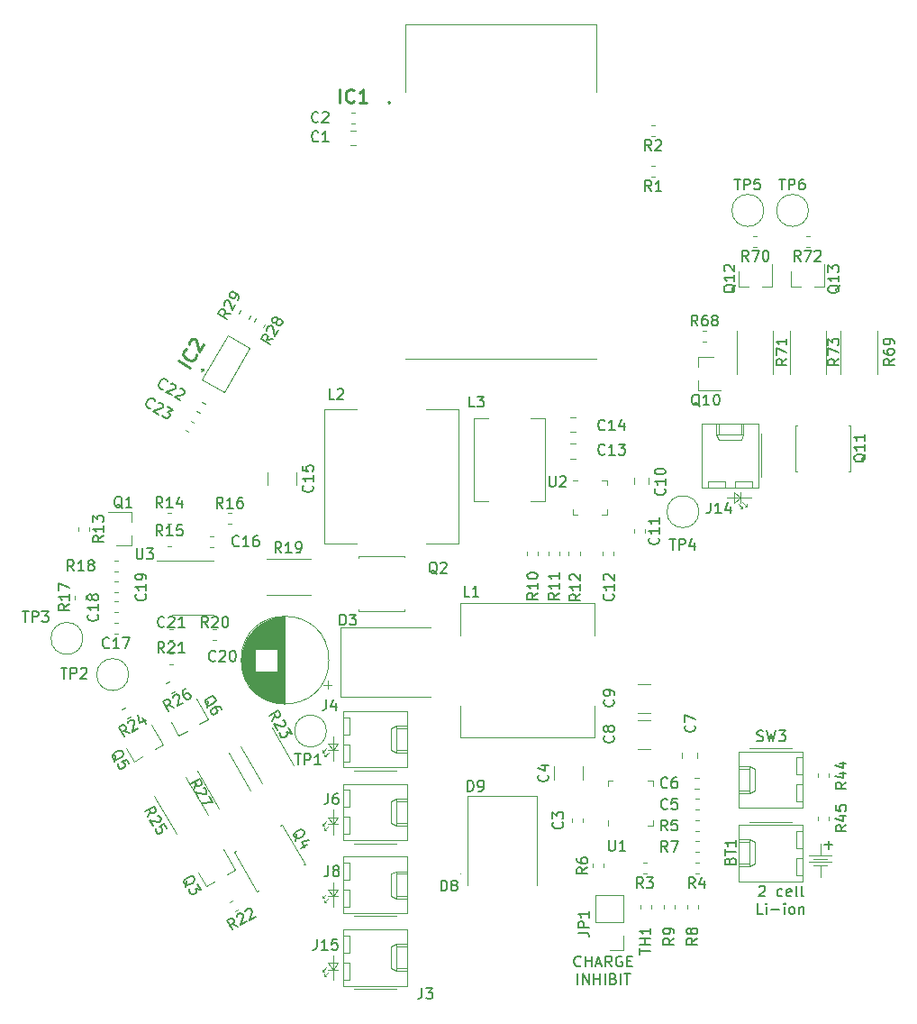
<source format=gto>
G04 #@! TF.GenerationSoftware,KiCad,Pcbnew,(5.1.5)-3*
G04 #@! TF.CreationDate,2020-04-03T10:32:08+01:00*
G04 #@! TF.ProjectId,sync_module,73796e63-5f6d-46f6-9475-6c652e6b6963,rev?*
G04 #@! TF.SameCoordinates,Original*
G04 #@! TF.FileFunction,Legend,Top*
G04 #@! TF.FilePolarity,Positive*
%FSLAX46Y46*%
G04 Gerber Fmt 4.6, Leading zero omitted, Abs format (unit mm)*
G04 Created by KiCad (PCBNEW (5.1.5)-3) date 2020-04-03 10:32:08*
%MOMM*%
%LPD*%
G04 APERTURE LIST*
%ADD10C,0.150000*%
%ADD11C,0.120000*%
%ADD12C,0.100000*%
%ADD13C,0.200000*%
%ADD14C,0.254000*%
G04 APERTURE END LIST*
D10*
X7504761Y-39532142D02*
X7457142Y-39579761D01*
X7314285Y-39627380D01*
X7219047Y-39627380D01*
X7076190Y-39579761D01*
X6980952Y-39484523D01*
X6933333Y-39389285D01*
X6885714Y-39198809D01*
X6885714Y-39055952D01*
X6933333Y-38865476D01*
X6980952Y-38770238D01*
X7076190Y-38675000D01*
X7219047Y-38627380D01*
X7314285Y-38627380D01*
X7457142Y-38675000D01*
X7504761Y-38722619D01*
X7933333Y-39627380D02*
X7933333Y-38627380D01*
X7933333Y-39103571D02*
X8504761Y-39103571D01*
X8504761Y-39627380D02*
X8504761Y-38627380D01*
X8933333Y-39341666D02*
X9409523Y-39341666D01*
X8838095Y-39627380D02*
X9171428Y-38627380D01*
X9504761Y-39627380D01*
X10409523Y-39627380D02*
X10076190Y-39151190D01*
X9838095Y-39627380D02*
X9838095Y-38627380D01*
X10219047Y-38627380D01*
X10314285Y-38675000D01*
X10361904Y-38722619D01*
X10409523Y-38817857D01*
X10409523Y-38960714D01*
X10361904Y-39055952D01*
X10314285Y-39103571D01*
X10219047Y-39151190D01*
X9838095Y-39151190D01*
X11361904Y-38675000D02*
X11266666Y-38627380D01*
X11123809Y-38627380D01*
X10980952Y-38675000D01*
X10885714Y-38770238D01*
X10838095Y-38865476D01*
X10790476Y-39055952D01*
X10790476Y-39198809D01*
X10838095Y-39389285D01*
X10885714Y-39484523D01*
X10980952Y-39579761D01*
X11123809Y-39627380D01*
X11219047Y-39627380D01*
X11361904Y-39579761D01*
X11409523Y-39532142D01*
X11409523Y-39198809D01*
X11219047Y-39198809D01*
X11838095Y-39103571D02*
X12171428Y-39103571D01*
X12314285Y-39627380D02*
X11838095Y-39627380D01*
X11838095Y-38627380D01*
X12314285Y-38627380D01*
X7195238Y-41277380D02*
X7195238Y-40277380D01*
X7671428Y-41277380D02*
X7671428Y-40277380D01*
X8242857Y-41277380D01*
X8242857Y-40277380D01*
X8719047Y-41277380D02*
X8719047Y-40277380D01*
X8719047Y-40753571D02*
X9290476Y-40753571D01*
X9290476Y-41277380D02*
X9290476Y-40277380D01*
X9766666Y-41277380D02*
X9766666Y-40277380D01*
X10576190Y-40753571D02*
X10719047Y-40801190D01*
X10766666Y-40848809D01*
X10814285Y-40944047D01*
X10814285Y-41086904D01*
X10766666Y-41182142D01*
X10719047Y-41229761D01*
X10623809Y-41277380D01*
X10242857Y-41277380D01*
X10242857Y-40277380D01*
X10576190Y-40277380D01*
X10671428Y-40325000D01*
X10719047Y-40372619D01*
X10766666Y-40467857D01*
X10766666Y-40563095D01*
X10719047Y-40658333D01*
X10671428Y-40705952D01*
X10576190Y-40753571D01*
X10242857Y-40753571D01*
X11242857Y-41277380D02*
X11242857Y-40277380D01*
X11576190Y-40277380D02*
X12147619Y-40277380D01*
X11861904Y-41277380D02*
X11861904Y-40277380D01*
X24252380Y-32122619D02*
X24300000Y-32075000D01*
X24395238Y-32027380D01*
X24633333Y-32027380D01*
X24728571Y-32075000D01*
X24776190Y-32122619D01*
X24823809Y-32217857D01*
X24823809Y-32313095D01*
X24776190Y-32455952D01*
X24204761Y-33027380D01*
X24823809Y-33027380D01*
X26442857Y-32979761D02*
X26347619Y-33027380D01*
X26157142Y-33027380D01*
X26061904Y-32979761D01*
X26014285Y-32932142D01*
X25966666Y-32836904D01*
X25966666Y-32551190D01*
X26014285Y-32455952D01*
X26061904Y-32408333D01*
X26157142Y-32360714D01*
X26347619Y-32360714D01*
X26442857Y-32408333D01*
X27252380Y-32979761D02*
X27157142Y-33027380D01*
X26966666Y-33027380D01*
X26871428Y-32979761D01*
X26823809Y-32884523D01*
X26823809Y-32503571D01*
X26871428Y-32408333D01*
X26966666Y-32360714D01*
X27157142Y-32360714D01*
X27252380Y-32408333D01*
X27300000Y-32503571D01*
X27300000Y-32598809D01*
X26823809Y-32694047D01*
X27871428Y-33027380D02*
X27776190Y-32979761D01*
X27728571Y-32884523D01*
X27728571Y-32027380D01*
X28395238Y-33027380D02*
X28300000Y-32979761D01*
X28252380Y-32884523D01*
X28252380Y-32027380D01*
X24609523Y-34677380D02*
X24133333Y-34677380D01*
X24133333Y-33677380D01*
X24942857Y-34677380D02*
X24942857Y-34010714D01*
X24942857Y-33677380D02*
X24895238Y-33725000D01*
X24942857Y-33772619D01*
X24990476Y-33725000D01*
X24942857Y-33677380D01*
X24942857Y-33772619D01*
X25419047Y-34296428D02*
X26180952Y-34296428D01*
X26657142Y-34677380D02*
X26657142Y-34010714D01*
X26657142Y-33677380D02*
X26609523Y-33725000D01*
X26657142Y-33772619D01*
X26704761Y-33725000D01*
X26657142Y-33677380D01*
X26657142Y-33772619D01*
X27276190Y-34677380D02*
X27180952Y-34629761D01*
X27133333Y-34582142D01*
X27085714Y-34486904D01*
X27085714Y-34201190D01*
X27133333Y-34105952D01*
X27180952Y-34058333D01*
X27276190Y-34010714D01*
X27419047Y-34010714D01*
X27514285Y-34058333D01*
X27561904Y-34105952D01*
X27609523Y-34201190D01*
X27609523Y-34486904D01*
X27561904Y-34582142D01*
X27514285Y-34629761D01*
X27419047Y-34677380D01*
X27276190Y-34677380D01*
X28038095Y-34010714D02*
X28038095Y-34677380D01*
X28038095Y-34105952D02*
X28085714Y-34058333D01*
X28180952Y-34010714D01*
X28323809Y-34010714D01*
X28419047Y-34058333D01*
X28466666Y-34153571D01*
X28466666Y-34677380D01*
X30419047Y-28171428D02*
X31180952Y-28171428D01*
X30800000Y-28552380D02*
X30800000Y-27790476D01*
D11*
X30000000Y-29200000D02*
X30000000Y-28100000D01*
X30000000Y-30100000D02*
X30000000Y-31200000D01*
X29400000Y-30100000D02*
X30600000Y-30100000D01*
X28900000Y-29800000D02*
X31100000Y-29800000D01*
X29400000Y-29500000D02*
X30600000Y-29500000D01*
X28900000Y-29200000D02*
X31100000Y-29200000D01*
X22900000Y3600000D02*
X23100000Y3600000D01*
X22500000Y4400000D02*
X21900000Y4900000D01*
X22700000Y4000000D02*
X23100000Y3600000D01*
X22500000Y3400000D02*
X22700000Y3400000D01*
X22500000Y3900000D02*
X22500000Y4900000D01*
X21200000Y4400000D02*
X23500000Y4400000D01*
X23100000Y3600000D02*
X23100000Y3800000D01*
X22300000Y3800000D02*
X22700000Y3400000D01*
X22700000Y3400000D02*
X22700000Y3600000D01*
X21900000Y4900000D02*
X21900000Y3900000D01*
X21900000Y3900000D02*
X22500000Y4400000D01*
X23500000Y4400000D02*
X23000000Y4400000D01*
X-16600000Y-40300000D02*
X-16600000Y-40500000D01*
X-15800000Y-39900000D02*
X-15300000Y-39300000D01*
X-16200000Y-40100000D02*
X-16600000Y-40500000D01*
X-16800000Y-39900000D02*
X-16800000Y-40100000D01*
X-16300000Y-39900000D02*
X-15300000Y-39900000D01*
X-15800000Y-38600000D02*
X-15800000Y-40900000D01*
X-16600000Y-40500000D02*
X-16400000Y-40500000D01*
X-16400000Y-39700000D02*
X-16800000Y-40100000D01*
X-16800000Y-40100000D02*
X-16600000Y-40100000D01*
X-15300000Y-39300000D02*
X-16300000Y-39300000D01*
X-16300000Y-39300000D02*
X-15800000Y-39900000D01*
X-15800000Y-40900000D02*
X-15800000Y-40400000D01*
X-16600000Y-33400000D02*
X-16600000Y-33600000D01*
X-15800000Y-33000000D02*
X-15300000Y-32400000D01*
X-16200000Y-33200000D02*
X-16600000Y-33600000D01*
X-16800000Y-33000000D02*
X-16800000Y-33200000D01*
X-16300000Y-33000000D02*
X-15300000Y-33000000D01*
X-15800000Y-31700000D02*
X-15800000Y-34000000D01*
X-16600000Y-33600000D02*
X-16400000Y-33600000D01*
X-16400000Y-32800000D02*
X-16800000Y-33200000D01*
X-16800000Y-33200000D02*
X-16600000Y-33200000D01*
X-15300000Y-32400000D02*
X-16300000Y-32400000D01*
X-16300000Y-32400000D02*
X-15800000Y-33000000D01*
X-15800000Y-34000000D02*
X-15800000Y-33500000D01*
X-16600000Y-26600000D02*
X-16600000Y-26800000D01*
X-15800000Y-26200000D02*
X-15300000Y-25600000D01*
X-16200000Y-26400000D02*
X-16600000Y-26800000D01*
X-16800000Y-26200000D02*
X-16800000Y-26400000D01*
X-16300000Y-26200000D02*
X-15300000Y-26200000D01*
X-15800000Y-24900000D02*
X-15800000Y-27200000D01*
X-16600000Y-26800000D02*
X-16400000Y-26800000D01*
X-16400000Y-26000000D02*
X-16800000Y-26400000D01*
X-16800000Y-26400000D02*
X-16600000Y-26400000D01*
X-15300000Y-25600000D02*
X-16300000Y-25600000D01*
X-16300000Y-25600000D02*
X-15800000Y-26200000D01*
X-15800000Y-27200000D02*
X-15800000Y-26700000D01*
X-16600000Y-19700000D02*
X-16600000Y-19900000D01*
X-16200000Y-19500000D02*
X-16600000Y-19900000D01*
X-16600000Y-19900000D02*
X-16400000Y-19900000D01*
X-16800000Y-19500000D02*
X-16600000Y-19500000D01*
X-16800000Y-19300000D02*
X-16800000Y-19500000D01*
X-16400000Y-19100000D02*
X-16800000Y-19500000D01*
X-16300000Y-19300000D02*
X-15300000Y-19300000D01*
X-16300000Y-18700000D02*
X-15800000Y-19300000D01*
X-15300000Y-18700000D02*
X-16300000Y-18700000D01*
X-15800000Y-19300000D02*
X-15300000Y-18700000D01*
X-15800000Y-20300000D02*
X-15800000Y-19800000D01*
X-15800000Y-18000000D02*
X-15800000Y-20300000D01*
X28900000Y31400000D02*
G75*
G03X28900000Y31400000I-1500000J0D01*
G01*
X24700000Y31400000D02*
G75*
G03X24700000Y31400000I-1500000J0D01*
G01*
X18600000Y3100000D02*
G75*
G03X18600000Y3100000I-1500000J0D01*
G01*
X-39300000Y-8800000D02*
G75*
G03X-39300000Y-8800000I-1500000J0D01*
G01*
X-35000000Y-12200000D02*
G75*
G03X-35000000Y-12200000I-1500000J0D01*
G01*
X-16400000Y-17500000D02*
G75*
G03X-16400000Y-17500000I-1500000J0D01*
G01*
X7199990Y6049275D02*
X6724990Y6049275D01*
X9944990Y2829275D02*
X9944990Y3304275D01*
X9469990Y2829275D02*
X9944990Y2829275D01*
X6724990Y2829275D02*
X6724990Y3304275D01*
X7199990Y2829275D02*
X6724990Y2829275D01*
X9944990Y6049275D02*
X9944990Y5574275D01*
X9469990Y6049275D02*
X9944990Y6049275D01*
X10049900Y-25897679D02*
X10049900Y-26372679D01*
X14269900Y-22152679D02*
X13794900Y-22152679D01*
X14269900Y-22627679D02*
X14269900Y-22152679D01*
X14269900Y-26372679D02*
X13794900Y-26372679D01*
X14269900Y-25897679D02*
X14269900Y-26372679D01*
X10049900Y-22152679D02*
X10524900Y-22152679D01*
X10049900Y-22627679D02*
X10049900Y-22152679D01*
D12*
X-9004204Y17469456D02*
X8995796Y17469456D01*
X-9004204Y42499456D02*
X-9004204Y48869456D01*
X-9004204Y48869456D02*
X8995796Y48869456D01*
X8995796Y48869456D02*
X8995796Y42499456D01*
D13*
X-10504204Y41429456D02*
X-10504204Y41429456D01*
X-10504204Y41629456D02*
X-10504204Y41629456D01*
X-10504204Y41629456D02*
G75*
G02X-10504204Y41429456I0J-100000D01*
G01*
X-10504204Y41429456D02*
G75*
G02X-10504204Y41629456I0J100000D01*
G01*
D11*
X6688920Y-25696333D02*
X6688920Y-26038867D01*
X7708920Y-25696333D02*
X7708920Y-26038867D01*
X7658920Y-22044664D02*
X7658920Y-20840536D01*
X4938920Y-22044664D02*
X4938920Y-20840536D01*
X-14231080Y-36702600D02*
X-14831080Y-36702600D01*
X-14231080Y-38302600D02*
X-14231080Y-36702600D01*
X-14831080Y-38302600D02*
X-14231080Y-38302600D01*
X-14231080Y-39242600D02*
X-14831080Y-39242600D01*
X-14231080Y-40842600D02*
X-14231080Y-39242600D01*
X-14831080Y-40842600D02*
X-14231080Y-40842600D01*
X-8811080Y-37752600D02*
X-9811080Y-37752600D01*
X-8811080Y-39792600D02*
X-9811080Y-39792600D01*
X-10341080Y-37752600D02*
X-9811080Y-37502600D01*
X-10341080Y-39792600D02*
X-10341080Y-37752600D01*
X-9811080Y-40042600D02*
X-10341080Y-39792600D01*
X-9811080Y-37502600D02*
X-8811080Y-37502600D01*
X-9811080Y-40042600D02*
X-9811080Y-37502600D01*
X-8811080Y-40042600D02*
X-9811080Y-40042600D01*
X-13801080Y-41712600D02*
X-9801080Y-41712600D01*
X-14831080Y-36122600D02*
X-14831080Y-41422600D01*
X-8811080Y-36122600D02*
X-14831080Y-36122600D01*
X-8811080Y-41422600D02*
X-8811080Y-36122600D01*
X-14831080Y-41422600D02*
X-8811080Y-41422600D01*
X19460000Y5970000D02*
X19460000Y5370000D01*
X21060000Y5970000D02*
X19460000Y5970000D01*
X21060000Y5370000D02*
X21060000Y5970000D01*
X22000000Y5970000D02*
X22000000Y5370000D01*
X23600000Y5970000D02*
X22000000Y5970000D01*
X23600000Y5370000D02*
X23600000Y5970000D01*
X20510000Y11390000D02*
X20510000Y10390000D01*
X22550000Y11390000D02*
X22550000Y10390000D01*
X20510000Y9860000D02*
X20260000Y10390000D01*
X22550000Y9860000D02*
X20510000Y9860000D01*
X22800000Y10390000D02*
X22550000Y9860000D01*
X20260000Y10390000D02*
X20260000Y11390000D01*
X22800000Y10390000D02*
X20260000Y10390000D01*
X22800000Y11390000D02*
X22800000Y10390000D01*
X24470000Y6400000D02*
X24470000Y10400000D01*
X18880000Y5370000D02*
X24180000Y5370000D01*
X18880000Y11390000D02*
X18880000Y5370000D01*
X24180000Y11390000D02*
X18880000Y11390000D01*
X24180000Y5370000D02*
X24180000Y11390000D01*
X18581168Y-27852682D02*
X18238634Y-27852682D01*
X18581168Y-28872682D02*
X18238634Y-28872682D01*
X9608920Y-30313867D02*
X9608920Y-29971333D01*
X8588920Y-30313867D02*
X8588920Y-29971333D01*
X18238634Y-24872679D02*
X18581168Y-24872679D01*
X18238634Y-23852679D02*
X18581168Y-23852679D01*
X18228733Y-21890000D02*
X18571267Y-21890000D01*
X18228733Y-22910000D02*
X18571267Y-22910000D01*
X16990000Y-20036252D02*
X16990000Y-19513748D01*
X18410000Y-20036252D02*
X18410000Y-19513748D01*
X12846856Y-16482600D02*
X14050984Y-16482600D01*
X12846856Y-19202600D02*
X14050984Y-19202600D01*
X12846856Y-15802600D02*
X14050984Y-15802600D01*
X12846856Y-13082600D02*
X14050984Y-13082600D01*
X11528920Y-32872600D02*
X8868920Y-32872600D01*
X11528920Y-35472600D02*
X11528920Y-32872600D01*
X8868920Y-35472600D02*
X8868920Y-32872600D01*
X11528920Y-35472600D02*
X8868920Y-35472600D01*
X11528920Y-36742600D02*
X11528920Y-38072600D01*
X11528920Y-38072600D02*
X10198920Y-38072600D01*
X8748920Y-5492600D02*
X8748920Y-8492600D01*
X-3851080Y-5492600D02*
X8748920Y-5492600D01*
X-3851080Y-8492600D02*
X-3851080Y-5492600D01*
X-3851080Y-18092600D02*
X-3851080Y-15092600D01*
X8748920Y-18092600D02*
X-3851080Y-18092600D01*
X8748920Y-15092600D02*
X8748920Y-18092600D01*
X13681170Y-29852681D02*
X13338636Y-29852681D01*
X13681170Y-30872681D02*
X13338636Y-30872681D01*
X18238636Y-30872680D02*
X18581170Y-30872680D01*
X18238636Y-29852680D02*
X18581170Y-29852680D01*
X18581168Y-26872679D02*
X18238634Y-26872679D01*
X18581168Y-25852679D02*
X18238634Y-25852679D01*
X17488920Y-34213867D02*
X17488920Y-33871333D01*
X18508920Y-34213867D02*
X18508920Y-33871333D01*
X15288920Y-33871333D02*
X15288920Y-34213867D01*
X16308920Y-33871333D02*
X16308920Y-34213867D01*
X14108920Y-33871333D02*
X14108920Y-34213867D01*
X13088920Y-33871333D02*
X13088920Y-34213867D01*
X27787400Y-24138920D02*
X28387400Y-24138920D01*
X27787400Y-22538920D02*
X27787400Y-24138920D01*
X28387400Y-22538920D02*
X27787400Y-22538920D01*
X27787400Y-21598920D02*
X28387400Y-21598920D01*
X27787400Y-19998920D02*
X27787400Y-21598920D01*
X28387400Y-19998920D02*
X27787400Y-19998920D01*
X22367400Y-23088920D02*
X23367400Y-23088920D01*
X22367400Y-21048920D02*
X23367400Y-21048920D01*
X23897400Y-23088920D02*
X23367400Y-23338920D01*
X23897400Y-21048920D02*
X23897400Y-23088920D01*
X23367400Y-20798920D02*
X23897400Y-21048920D01*
X23367400Y-23338920D02*
X22367400Y-23338920D01*
X23367400Y-20798920D02*
X23367400Y-23338920D01*
X22367400Y-20798920D02*
X23367400Y-20798920D01*
X27357400Y-19128920D02*
X23357400Y-19128920D01*
X28387400Y-24718920D02*
X28387400Y-19418920D01*
X22367400Y-24718920D02*
X28387400Y-24718920D01*
X22367400Y-19418920D02*
X22367400Y-24718920D01*
X28387400Y-19418920D02*
X22367400Y-19418920D01*
X30558920Y16005336D02*
X30558920Y20109464D01*
X27138920Y16005336D02*
X27138920Y20109464D01*
X29020187Y28967400D02*
X28677653Y28967400D01*
X29020187Y27947400D02*
X28677653Y27947400D01*
X25558920Y16005336D02*
X25558920Y20109464D01*
X22138920Y16005336D02*
X22138920Y20109464D01*
X24070187Y28967400D02*
X23727653Y28967400D01*
X24070187Y27947400D02*
X23727653Y27947400D01*
X35358920Y16005336D02*
X35358920Y20109464D01*
X31938920Y16005336D02*
X31938920Y20109464D01*
X18952653Y19072400D02*
X19295187Y19072400D01*
X18952653Y20092400D02*
X19295187Y20092400D01*
X29807400Y-25507653D02*
X29807400Y-25850187D01*
X30827400Y-25507653D02*
X30827400Y-25850187D01*
X29807400Y-21507653D02*
X29807400Y-21850187D01*
X30827400Y-21507653D02*
X30827400Y-21850187D01*
X27218920Y24197400D02*
X27218920Y25657400D01*
X30378920Y24197400D02*
X30378920Y26357400D01*
X30378920Y24197400D02*
X29448920Y24197400D01*
X27218920Y24197400D02*
X28148920Y24197400D01*
X22318920Y24197400D02*
X22318920Y25657400D01*
X25478920Y24197400D02*
X25478920Y26357400D01*
X25478920Y24197400D02*
X24548920Y24197400D01*
X22318920Y24197400D02*
X23248920Y24197400D01*
X32848920Y11157400D02*
X32648920Y11157400D01*
X32848920Y6857400D02*
X32848920Y11157400D01*
X32698920Y6857400D02*
X32848920Y6857400D01*
X27648920Y6857400D02*
X27798920Y6857400D01*
X27648920Y11157400D02*
X27648920Y6857400D01*
X27848920Y11157400D02*
X27648920Y11157400D01*
X18488920Y17637400D02*
X19948920Y17637400D01*
X18488920Y14477400D02*
X20648920Y14477400D01*
X18488920Y14477400D02*
X18488920Y15407400D01*
X18488920Y17637400D02*
X18488920Y16707400D01*
X-14231080Y-29869266D02*
X-14831080Y-29869266D01*
X-14231080Y-31469266D02*
X-14231080Y-29869266D01*
X-14831080Y-31469266D02*
X-14231080Y-31469266D01*
X-14231080Y-32409266D02*
X-14831080Y-32409266D01*
X-14231080Y-34009266D02*
X-14231080Y-32409266D01*
X-14831080Y-34009266D02*
X-14231080Y-34009266D01*
X-8811080Y-30919266D02*
X-9811080Y-30919266D01*
X-8811080Y-32959266D02*
X-9811080Y-32959266D01*
X-10341080Y-30919266D02*
X-9811080Y-30669266D01*
X-10341080Y-32959266D02*
X-10341080Y-30919266D01*
X-9811080Y-33209266D02*
X-10341080Y-32959266D01*
X-9811080Y-30669266D02*
X-8811080Y-30669266D01*
X-9811080Y-33209266D02*
X-9811080Y-30669266D01*
X-8811080Y-33209266D02*
X-9811080Y-33209266D01*
X-13801080Y-34879266D02*
X-9801080Y-34879266D01*
X-14831080Y-29289266D02*
X-14831080Y-34589266D01*
X-8811080Y-29289266D02*
X-14831080Y-29289266D01*
X-8811080Y-34589266D02*
X-8811080Y-29289266D01*
X-14831080Y-34589266D02*
X-8811080Y-34589266D01*
X-14231080Y-23035933D02*
X-14831080Y-23035933D01*
X-14231080Y-24635933D02*
X-14231080Y-23035933D01*
X-14831080Y-24635933D02*
X-14231080Y-24635933D01*
X-14231080Y-25575933D02*
X-14831080Y-25575933D01*
X-14231080Y-27175933D02*
X-14231080Y-25575933D01*
X-14831080Y-27175933D02*
X-14231080Y-27175933D01*
X-8811080Y-24085933D02*
X-9811080Y-24085933D01*
X-8811080Y-26125933D02*
X-9811080Y-26125933D01*
X-10341080Y-24085933D02*
X-9811080Y-23835933D01*
X-10341080Y-26125933D02*
X-10341080Y-24085933D01*
X-9811080Y-26375933D02*
X-10341080Y-26125933D01*
X-9811080Y-23835933D02*
X-8811080Y-23835933D01*
X-9811080Y-26375933D02*
X-9811080Y-23835933D01*
X-8811080Y-26375933D02*
X-9811080Y-26375933D01*
X-13801080Y-28045933D02*
X-9801080Y-28045933D01*
X-14831080Y-22455933D02*
X-14831080Y-27755933D01*
X-8811080Y-22455933D02*
X-14831080Y-22455933D01*
X-8811080Y-27755933D02*
X-8811080Y-22455933D01*
X-14831080Y-27755933D02*
X-8811080Y-27755933D01*
X-14231080Y-16202600D02*
X-14831080Y-16202600D01*
X-14231080Y-17802600D02*
X-14231080Y-16202600D01*
X-14831080Y-17802600D02*
X-14231080Y-17802600D01*
X-14231080Y-18742600D02*
X-14831080Y-18742600D01*
X-14231080Y-20342600D02*
X-14231080Y-18742600D01*
X-14831080Y-20342600D02*
X-14231080Y-20342600D01*
X-8811080Y-17252600D02*
X-9811080Y-17252600D01*
X-8811080Y-19292600D02*
X-9811080Y-19292600D01*
X-10341080Y-17252600D02*
X-9811080Y-17002600D01*
X-10341080Y-19292600D02*
X-10341080Y-17252600D01*
X-9811080Y-19542600D02*
X-10341080Y-19292600D01*
X-9811080Y-17002600D02*
X-8811080Y-17002600D01*
X-9811080Y-19542600D02*
X-9811080Y-17002600D01*
X-8811080Y-19542600D02*
X-9811080Y-19542600D01*
X-13801080Y-21212600D02*
X-9801080Y-21212600D01*
X-14831080Y-15622600D02*
X-14831080Y-20922600D01*
X-8811080Y-15622600D02*
X-14831080Y-15622600D01*
X-8811080Y-20922600D02*
X-8811080Y-15622600D01*
X-14831080Y-20922600D02*
X-8811080Y-20922600D01*
X27787400Y-31038920D02*
X28387400Y-31038920D01*
X27787400Y-29438920D02*
X27787400Y-31038920D01*
X28387400Y-29438920D02*
X27787400Y-29438920D01*
X27787400Y-28498920D02*
X28387400Y-28498920D01*
X27787400Y-26898920D02*
X27787400Y-28498920D01*
X28387400Y-26898920D02*
X27787400Y-26898920D01*
X22367400Y-29988920D02*
X23367400Y-29988920D01*
X22367400Y-27948920D02*
X23367400Y-27948920D01*
X23897400Y-29988920D02*
X23367400Y-30238920D01*
X23897400Y-27948920D02*
X23897400Y-29988920D01*
X23367400Y-27698920D02*
X23897400Y-27948920D01*
X23367400Y-30238920D02*
X22367400Y-30238920D01*
X23367400Y-27698920D02*
X23367400Y-30238920D01*
X22367400Y-27698920D02*
X23367400Y-27698920D01*
X27357400Y-26028920D02*
X23357400Y-26028920D01*
X28387400Y-31618920D02*
X28387400Y-26318920D01*
X22367400Y-31618920D02*
X28387400Y-31618920D01*
X22367400Y-26318920D02*
X22367400Y-31618920D01*
X28387400Y-26318920D02*
X22367400Y-26318920D01*
X-13638748Y38910000D02*
X-14161252Y38910000D01*
X-13638748Y37490000D02*
X-14161252Y37490000D01*
X-13728733Y39590000D02*
X-14071267Y39590000D01*
X-13728733Y40610000D02*
X-14071267Y40610000D01*
X13894990Y5728024D02*
X13894990Y6250528D01*
X12474990Y5728024D02*
X12474990Y6250528D01*
X13494990Y1460544D02*
X13494990Y1118010D01*
X12474990Y1460544D02*
X12474990Y1118010D01*
X9543320Y-639456D02*
X9543320Y-981990D01*
X10563320Y-639456D02*
X10563320Y-981990D01*
X6523738Y9499276D02*
X7046242Y9499276D01*
X6523738Y8079276D02*
X7046242Y8079276D01*
X6523737Y11999274D02*
X7046241Y11999274D01*
X6523737Y10579274D02*
X7046241Y10579274D01*
X-21940000Y5577936D02*
X-21940000Y6782064D01*
X-19220000Y5577936D02*
X-19220000Y6782064D01*
X-27330347Y808400D02*
X-26987813Y808400D01*
X-27330347Y-211600D02*
X-26987813Y-211600D01*
X-36019813Y-7332600D02*
X-36362347Y-7332600D01*
X-36019813Y-8352600D02*
X-36362347Y-8352600D01*
X-36019812Y-6352600D02*
X-36362346Y-6352600D01*
X-36019812Y-5332600D02*
X-36362346Y-5332600D01*
X-36019813Y-3469600D02*
X-36362347Y-3469600D01*
X-36019813Y-4489600D02*
X-36362347Y-4489600D01*
X-16181080Y-10842600D02*
G75*
G03X-16181080Y-10842600I-4120000J0D01*
G01*
X-20301080Y-14922600D02*
X-20301080Y-6762600D01*
X-20341080Y-14922600D02*
X-20341080Y-6762600D01*
X-20381080Y-14922600D02*
X-20381080Y-6762600D01*
X-20421080Y-14921600D02*
X-20421080Y-6763600D01*
X-20461080Y-14919600D02*
X-20461080Y-6765600D01*
X-20501080Y-14918600D02*
X-20501080Y-6766600D01*
X-20541080Y-14916600D02*
X-20541080Y-6768600D01*
X-20581080Y-14913600D02*
X-20581080Y-6771600D01*
X-20621080Y-14910600D02*
X-20621080Y-6774600D01*
X-20661080Y-14907600D02*
X-20661080Y-6777600D01*
X-20701080Y-14903600D02*
X-20701080Y-6781600D01*
X-20741080Y-14899600D02*
X-20741080Y-6785600D01*
X-20781080Y-14894600D02*
X-20781080Y-6790600D01*
X-20821080Y-14890600D02*
X-20821080Y-6794600D01*
X-20861080Y-14884600D02*
X-20861080Y-6800600D01*
X-20901080Y-14879600D02*
X-20901080Y-6805600D01*
X-20941080Y-14872600D02*
X-20941080Y-6812600D01*
X-20981080Y-14866600D02*
X-20981080Y-6818600D01*
X-21022080Y-14859600D02*
X-21022080Y-11882600D01*
X-21022080Y-9802600D02*
X-21022080Y-6825600D01*
X-21062080Y-14852600D02*
X-21062080Y-11882600D01*
X-21062080Y-9802600D02*
X-21062080Y-6832600D01*
X-21102080Y-14844600D02*
X-21102080Y-11882600D01*
X-21102080Y-9802600D02*
X-21102080Y-6840600D01*
X-21142080Y-14836600D02*
X-21142080Y-11882600D01*
X-21142080Y-9802600D02*
X-21142080Y-6848600D01*
X-21182080Y-14827600D02*
X-21182080Y-11882600D01*
X-21182080Y-9802600D02*
X-21182080Y-6857600D01*
X-21222080Y-14818600D02*
X-21222080Y-11882600D01*
X-21222080Y-9802600D02*
X-21222080Y-6866600D01*
X-21262080Y-14809600D02*
X-21262080Y-11882600D01*
X-21262080Y-9802600D02*
X-21262080Y-6875600D01*
X-21302080Y-14799600D02*
X-21302080Y-11882600D01*
X-21302080Y-9802600D02*
X-21302080Y-6885600D01*
X-21342080Y-14789600D02*
X-21342080Y-11882600D01*
X-21342080Y-9802600D02*
X-21342080Y-6895600D01*
X-21382080Y-14778600D02*
X-21382080Y-11882600D01*
X-21382080Y-9802600D02*
X-21382080Y-6906600D01*
X-21422080Y-14767600D02*
X-21422080Y-11882600D01*
X-21422080Y-9802600D02*
X-21422080Y-6917600D01*
X-21462080Y-14756600D02*
X-21462080Y-11882600D01*
X-21462080Y-9802600D02*
X-21462080Y-6928600D01*
X-21502080Y-14744600D02*
X-21502080Y-11882600D01*
X-21502080Y-9802600D02*
X-21502080Y-6940600D01*
X-21542080Y-14731600D02*
X-21542080Y-11882600D01*
X-21542080Y-9802600D02*
X-21542080Y-6953600D01*
X-21582080Y-14719600D02*
X-21582080Y-11882600D01*
X-21582080Y-9802600D02*
X-21582080Y-6965600D01*
X-21622080Y-14705600D02*
X-21622080Y-11882600D01*
X-21622080Y-9802600D02*
X-21622080Y-6979600D01*
X-21662080Y-14692600D02*
X-21662080Y-11882600D01*
X-21662080Y-9802600D02*
X-21662080Y-6992600D01*
X-21702080Y-14677600D02*
X-21702080Y-11882600D01*
X-21702080Y-9802600D02*
X-21702080Y-7007600D01*
X-21742080Y-14663600D02*
X-21742080Y-11882600D01*
X-21742080Y-9802600D02*
X-21742080Y-7021600D01*
X-21782080Y-14647600D02*
X-21782080Y-11882600D01*
X-21782080Y-9802600D02*
X-21782080Y-7037600D01*
X-21822080Y-14632600D02*
X-21822080Y-11882600D01*
X-21822080Y-9802600D02*
X-21822080Y-7052600D01*
X-21862080Y-14616600D02*
X-21862080Y-11882600D01*
X-21862080Y-9802600D02*
X-21862080Y-7068600D01*
X-21902080Y-14599600D02*
X-21902080Y-11882600D01*
X-21902080Y-9802600D02*
X-21902080Y-7085600D01*
X-21942080Y-14582600D02*
X-21942080Y-11882600D01*
X-21942080Y-9802600D02*
X-21942080Y-7102600D01*
X-21982080Y-14564600D02*
X-21982080Y-11882600D01*
X-21982080Y-9802600D02*
X-21982080Y-7120600D01*
X-22022080Y-14546600D02*
X-22022080Y-11882600D01*
X-22022080Y-9802600D02*
X-22022080Y-7138600D01*
X-22062080Y-14528600D02*
X-22062080Y-11882600D01*
X-22062080Y-9802600D02*
X-22062080Y-7156600D01*
X-22102080Y-14508600D02*
X-22102080Y-11882600D01*
X-22102080Y-9802600D02*
X-22102080Y-7176600D01*
X-22142080Y-14489600D02*
X-22142080Y-11882600D01*
X-22142080Y-9802600D02*
X-22142080Y-7195600D01*
X-22182080Y-14469600D02*
X-22182080Y-11882600D01*
X-22182080Y-9802600D02*
X-22182080Y-7215600D01*
X-22222080Y-14448600D02*
X-22222080Y-11882600D01*
X-22222080Y-9802600D02*
X-22222080Y-7236600D01*
X-22262080Y-14426600D02*
X-22262080Y-11882600D01*
X-22262080Y-9802600D02*
X-22262080Y-7258600D01*
X-22302080Y-14404600D02*
X-22302080Y-11882600D01*
X-22302080Y-9802600D02*
X-22302080Y-7280600D01*
X-22342080Y-14382600D02*
X-22342080Y-11882600D01*
X-22342080Y-9802600D02*
X-22342080Y-7302600D01*
X-22382080Y-14359600D02*
X-22382080Y-11882600D01*
X-22382080Y-9802600D02*
X-22382080Y-7325600D01*
X-22422080Y-14335600D02*
X-22422080Y-11882600D01*
X-22422080Y-9802600D02*
X-22422080Y-7349600D01*
X-22462080Y-14311600D02*
X-22462080Y-11882600D01*
X-22462080Y-9802600D02*
X-22462080Y-7373600D01*
X-22502080Y-14286600D02*
X-22502080Y-11882600D01*
X-22502080Y-9802600D02*
X-22502080Y-7398600D01*
X-22542080Y-14260600D02*
X-22542080Y-11882600D01*
X-22542080Y-9802600D02*
X-22542080Y-7424600D01*
X-22582080Y-14234600D02*
X-22582080Y-11882600D01*
X-22582080Y-9802600D02*
X-22582080Y-7450600D01*
X-22622080Y-14207600D02*
X-22622080Y-11882600D01*
X-22622080Y-9802600D02*
X-22622080Y-7477600D01*
X-22662080Y-14180600D02*
X-22662080Y-11882600D01*
X-22662080Y-9802600D02*
X-22662080Y-7504600D01*
X-22702080Y-14151600D02*
X-22702080Y-11882600D01*
X-22702080Y-9802600D02*
X-22702080Y-7533600D01*
X-22742080Y-14122600D02*
X-22742080Y-11882600D01*
X-22742080Y-9802600D02*
X-22742080Y-7562600D01*
X-22782080Y-14092600D02*
X-22782080Y-11882600D01*
X-22782080Y-9802600D02*
X-22782080Y-7592600D01*
X-22822080Y-14062600D02*
X-22822080Y-11882600D01*
X-22822080Y-9802600D02*
X-22822080Y-7622600D01*
X-22862080Y-14031600D02*
X-22862080Y-11882600D01*
X-22862080Y-9802600D02*
X-22862080Y-7653600D01*
X-22902080Y-13998600D02*
X-22902080Y-11882600D01*
X-22902080Y-9802600D02*
X-22902080Y-7686600D01*
X-22942080Y-13966600D02*
X-22942080Y-11882600D01*
X-22942080Y-9802600D02*
X-22942080Y-7718600D01*
X-22982080Y-13932600D02*
X-22982080Y-11882600D01*
X-22982080Y-9802600D02*
X-22982080Y-7752600D01*
X-23022080Y-13897600D02*
X-23022080Y-11882600D01*
X-23022080Y-9802600D02*
X-23022080Y-7787600D01*
X-23062080Y-13861600D02*
X-23062080Y-11882600D01*
X-23062080Y-9802600D02*
X-23062080Y-7823600D01*
X-23102080Y-13825600D02*
X-23102080Y-7859600D01*
X-23142080Y-13787600D02*
X-23142080Y-7897600D01*
X-23182080Y-13749600D02*
X-23182080Y-7935600D01*
X-23222080Y-13709600D02*
X-23222080Y-7975600D01*
X-23262080Y-13668600D02*
X-23262080Y-8016600D01*
X-23302080Y-13626600D02*
X-23302080Y-8058600D01*
X-23342080Y-13583600D02*
X-23342080Y-8101600D01*
X-23382080Y-13539600D02*
X-23382080Y-8145600D01*
X-23422080Y-13493600D02*
X-23422080Y-8191600D01*
X-23462080Y-13446600D02*
X-23462080Y-8238600D01*
X-23502080Y-13398600D02*
X-23502080Y-8286600D01*
X-23542080Y-13347600D02*
X-23542080Y-8337600D01*
X-23582080Y-13296600D02*
X-23582080Y-8388600D01*
X-23622080Y-13242600D02*
X-23622080Y-8442600D01*
X-23662080Y-13187600D02*
X-23662080Y-8497600D01*
X-23702080Y-13129600D02*
X-23702080Y-8555600D01*
X-23742080Y-13070600D02*
X-23742080Y-8614600D01*
X-23782080Y-13008600D02*
X-23782080Y-8676600D01*
X-23822080Y-12944600D02*
X-23822080Y-8740600D01*
X-23862080Y-12876600D02*
X-23862080Y-8808600D01*
X-23902080Y-12806600D02*
X-23902080Y-8878600D01*
X-23942080Y-12732600D02*
X-23942080Y-8952600D01*
X-23982080Y-12655600D02*
X-23982080Y-9029600D01*
X-24022080Y-12573600D02*
X-24022080Y-9111600D01*
X-24062080Y-12487600D02*
X-24062080Y-9197600D01*
X-24102080Y-12394600D02*
X-24102080Y-9290600D01*
X-24142080Y-12295600D02*
X-24142080Y-9389600D01*
X-24182080Y-12188600D02*
X-24182080Y-9496600D01*
X-24222080Y-12071600D02*
X-24222080Y-9613600D01*
X-24262080Y-11940600D02*
X-24262080Y-9744600D01*
X-24302080Y-11790600D02*
X-24302080Y-9894600D01*
X-24342080Y-11610600D02*
X-24342080Y-10074600D01*
X-24382080Y-11375600D02*
X-24382080Y-10309600D01*
X-15891382Y-13157600D02*
X-16691382Y-13157600D01*
X-16291382Y-13557600D02*
X-16291382Y-12757600D01*
X-30797813Y-8974600D02*
X-31140347Y-8974600D01*
X-30797813Y-7954600D02*
X-31140347Y-7954600D01*
X-28603730Y12559537D02*
X-28307086Y12388270D01*
X-28093730Y13442882D02*
X-27797086Y13271615D01*
X-29143322Y11624936D02*
X-28846678Y11453669D01*
X-29653322Y10741591D02*
X-29356678Y10570324D01*
X-15051080Y-7792600D02*
X-6651080Y-7792600D01*
X-15051080Y-14292600D02*
X-6651080Y-14292600D01*
X-15051080Y-14292600D02*
X-15051080Y-7792600D01*
D12*
X-3760000Y-30900000D02*
G75*
G03X-3760000Y-30900000I-50000J0D01*
G01*
D11*
X-3151080Y-23592600D02*
X3348920Y-23592600D01*
X-3151080Y-23592600D02*
X-3151080Y-31992600D01*
X3348920Y-23592600D02*
X3348920Y-31992600D01*
D12*
X-28089230Y15508142D02*
X-25689230Y19665064D01*
X-25689230Y19665064D02*
X-23610770Y18465064D01*
X-23610770Y18465064D02*
X-26010770Y14308142D01*
X-26010770Y14308142D02*
X-28089230Y15508142D01*
D13*
X-28085641Y16314360D02*
X-28085641Y16314360D01*
X-27985641Y16487565D02*
X-27985641Y16487565D01*
X-27985641Y16487564D02*
G75*
G03X-28085641Y16314360I-50000J-86602D01*
G01*
X-28085641Y16314359D02*
G75*
G03X-27985641Y16487565I50000J86603D01*
G01*
D11*
X2784991Y11889276D02*
X4134991Y11889276D01*
X4134991Y11889276D02*
X4134991Y4089276D01*
X4134991Y4089276D02*
X2784991Y4089276D01*
X-1215009Y4089276D02*
X-2565009Y4089276D01*
X-2565009Y4089276D02*
X-2565009Y11889276D01*
X-2565009Y11889276D02*
X-1215009Y11889276D01*
X-13600000Y120000D02*
X-16600000Y120000D01*
X-16600000Y120000D02*
X-16600000Y12720000D01*
X-16600000Y12720000D02*
X-13600000Y12720000D01*
X-7000000Y12720000D02*
X-4000000Y12720000D01*
X-4000000Y12720000D02*
X-4000000Y120000D01*
X-4000000Y120000D02*
X-7000000Y120000D01*
X-34735080Y-101598D02*
X-36195080Y-101598D01*
X-34735080Y3058402D02*
X-36895080Y3058402D01*
X-34735080Y3058402D02*
X-34735080Y2128402D01*
X-34735080Y-101598D02*
X-34735080Y828402D01*
X-13366081Y-1042600D02*
X-13366081Y-1242600D01*
X-9066081Y-1042600D02*
X-13366081Y-1042600D01*
X-9066081Y-1192600D02*
X-9066081Y-1042600D01*
X-9066081Y-6242600D02*
X-9066081Y-6092600D01*
X-13366081Y-6242600D02*
X-9066081Y-6242600D01*
X-13366081Y-6042600D02*
X-13366081Y-6242600D01*
X-27706768Y-32086338D02*
X-26901365Y-31621338D01*
X-24970128Y-30506338D02*
X-25775531Y-30971338D01*
X-24970128Y-30506338D02*
X-26050128Y-28635723D01*
X-27706768Y-32086338D02*
X-28436768Y-30821941D01*
X-24900952Y-28771284D02*
X-25074157Y-28871284D01*
X-25074157Y-28871284D02*
X-22924157Y-32595193D01*
X-22924157Y-32595193D02*
X-22794253Y-32520193D01*
X-18550729Y-30070193D02*
X-18420825Y-29995193D01*
X-18420825Y-29995193D02*
X-20570825Y-26271284D01*
X-20570825Y-26271284D02*
X-20744030Y-26371284D01*
X-34482514Y-20350400D02*
X-33677111Y-19885400D01*
X-31745874Y-18770400D02*
X-32551277Y-19235400D01*
X-31745874Y-18770400D02*
X-32825874Y-16899785D01*
X-34482514Y-20350400D02*
X-35212514Y-19086003D01*
X-30308272Y-17940401D02*
X-31038272Y-16676004D01*
X-27571632Y-16360401D02*
X-28651632Y-14489786D01*
X-27571632Y-16360401D02*
X-28377035Y-16825401D01*
X-30308272Y-17940401D02*
X-29502869Y-17475401D01*
X14471267Y35610000D02*
X14128733Y35610000D01*
X14471267Y34590000D02*
X14128733Y34590000D01*
X14471267Y38390000D02*
X14128733Y38390000D01*
X14471267Y39410000D02*
X14128733Y39410000D01*
X2474991Y-1006990D02*
X2474991Y-664456D01*
X3494991Y-1006990D02*
X3494991Y-664456D01*
X4474990Y-981990D02*
X4474990Y-639456D01*
X5494990Y-981990D02*
X5494990Y-639456D01*
X6374991Y-639457D02*
X6374991Y-981991D01*
X7394991Y-639457D02*
X7394991Y-981991D01*
X-38668080Y1307133D02*
X-38668080Y1649667D01*
X-39688080Y1307133D02*
X-39688080Y1649667D01*
X-31348347Y1984399D02*
X-31005813Y1984399D01*
X-31348347Y3004399D02*
X-31005813Y3004399D01*
X-31348346Y845400D02*
X-31005812Y845400D01*
X-31348346Y-174600D02*
X-31005812Y-174600D01*
X-25679346Y1947400D02*
X-25336812Y1947400D01*
X-25679346Y2967400D02*
X-25336812Y2967400D01*
X-39081079Y-5113866D02*
X-39081079Y-4771332D01*
X-40101079Y-5113866D02*
X-40101079Y-4771332D01*
X-36362347Y-1532601D02*
X-36019813Y-1532601D01*
X-36362347Y-2552601D02*
X-36019813Y-2552601D01*
X-17899015Y-1290000D02*
X-22003143Y-1290000D01*
X-17899015Y-4710000D02*
X-22003143Y-4710000D01*
X-26733813Y-7954600D02*
X-27076347Y-7954600D01*
X-26733813Y-8974600D02*
X-27076347Y-8974600D01*
X-30797813Y-10240600D02*
X-31140347Y-10240600D01*
X-30797813Y-11260600D02*
X-31140347Y-11260600D01*
X-24716295Y-34288090D02*
X-25012939Y-34459357D01*
X-25226295Y-33404745D02*
X-25522939Y-33576012D01*
X-22452361Y-22454609D02*
X-24504425Y-18900329D01*
X-19490555Y-20744609D02*
X-21542619Y-17190329D01*
X-35360010Y-15278019D02*
X-35656654Y-15449286D01*
X-34850010Y-16161364D02*
X-35146654Y-16332631D01*
X-27567380Y-25407765D02*
X-29619444Y-21853485D01*
X-30529186Y-27117765D02*
X-32581250Y-23563485D01*
X-30694630Y-13768674D02*
X-30991274Y-13939941D01*
X-31204630Y-12885329D02*
X-31501274Y-13056596D01*
X-26502168Y-24792766D02*
X-28554232Y-21238486D01*
X-23540362Y-23082766D02*
X-25592426Y-19528486D01*
X-22179874Y20723449D02*
X-22351141Y20426805D01*
X-23063219Y21233449D02*
X-23234486Y20936805D01*
X-24448859Y22033449D02*
X-24620126Y21736805D01*
X-23565514Y21523449D02*
X-23736781Y21226805D01*
X-28937080Y-6579600D02*
X-26987080Y-6579600D01*
X-28937080Y-6579600D02*
X-30887080Y-6579600D01*
X-28937080Y-1459600D02*
X-26987080Y-1459600D01*
X-28937080Y-1459600D02*
X-32387080Y-1459600D01*
D10*
X26138095Y34347619D02*
X26709523Y34347619D01*
X26423809Y33347619D02*
X26423809Y34347619D01*
X27042857Y33347619D02*
X27042857Y34347619D01*
X27423809Y34347619D01*
X27519047Y34300000D01*
X27566666Y34252380D01*
X27614285Y34157142D01*
X27614285Y34014285D01*
X27566666Y33919047D01*
X27519047Y33871428D01*
X27423809Y33823809D01*
X27042857Y33823809D01*
X28471428Y34347619D02*
X28280952Y34347619D01*
X28185714Y34300000D01*
X28138095Y34252380D01*
X28042857Y34109523D01*
X27995238Y33919047D01*
X27995238Y33538095D01*
X28042857Y33442857D01*
X28090476Y33395238D01*
X28185714Y33347619D01*
X28376190Y33347619D01*
X28471428Y33395238D01*
X28519047Y33442857D01*
X28566666Y33538095D01*
X28566666Y33776190D01*
X28519047Y33871428D01*
X28471428Y33919047D01*
X28376190Y33966666D01*
X28185714Y33966666D01*
X28090476Y33919047D01*
X28042857Y33871428D01*
X27995238Y33776190D01*
X21938095Y34347619D02*
X22509523Y34347619D01*
X22223809Y33347619D02*
X22223809Y34347619D01*
X22842857Y33347619D02*
X22842857Y34347619D01*
X23223809Y34347619D01*
X23319047Y34300000D01*
X23366666Y34252380D01*
X23414285Y34157142D01*
X23414285Y34014285D01*
X23366666Y33919047D01*
X23319047Y33871428D01*
X23223809Y33823809D01*
X22842857Y33823809D01*
X24319047Y34347619D02*
X23842857Y34347619D01*
X23795238Y33871428D01*
X23842857Y33919047D01*
X23938095Y33966666D01*
X24176190Y33966666D01*
X24271428Y33919047D01*
X24319047Y33871428D01*
X24366666Y33776190D01*
X24366666Y33538095D01*
X24319047Y33442857D01*
X24271428Y33395238D01*
X24176190Y33347619D01*
X23938095Y33347619D01*
X23842857Y33395238D01*
X23795238Y33442857D01*
X15838095Y547619D02*
X16409523Y547619D01*
X16123809Y-452380D02*
X16123809Y547619D01*
X16742857Y-452380D02*
X16742857Y547619D01*
X17123809Y547619D01*
X17219047Y500000D01*
X17266666Y452380D01*
X17314285Y357142D01*
X17314285Y214285D01*
X17266666Y119047D01*
X17219047Y71428D01*
X17123809Y23809D01*
X16742857Y23809D01*
X18171428Y214285D02*
X18171428Y-452380D01*
X17933333Y595238D02*
X17695238Y-119047D01*
X18314285Y-119047D01*
X-44961904Y-6252380D02*
X-44390476Y-6252380D01*
X-44676190Y-7252380D02*
X-44676190Y-6252380D01*
X-44057142Y-7252380D02*
X-44057142Y-6252380D01*
X-43676190Y-6252380D01*
X-43580952Y-6300000D01*
X-43533333Y-6347619D01*
X-43485714Y-6442857D01*
X-43485714Y-6585714D01*
X-43533333Y-6680952D01*
X-43580952Y-6728571D01*
X-43676190Y-6776190D01*
X-44057142Y-6776190D01*
X-43152380Y-6252380D02*
X-42533333Y-6252380D01*
X-42866666Y-6633333D01*
X-42723809Y-6633333D01*
X-42628571Y-6680952D01*
X-42580952Y-6728571D01*
X-42533333Y-6823809D01*
X-42533333Y-7061904D01*
X-42580952Y-7157142D01*
X-42628571Y-7204761D01*
X-42723809Y-7252380D01*
X-43009523Y-7252380D01*
X-43104761Y-7204761D01*
X-43152380Y-7157142D01*
X-41361904Y-11552380D02*
X-40790476Y-11552380D01*
X-41076190Y-12552380D02*
X-41076190Y-11552380D01*
X-40457142Y-12552380D02*
X-40457142Y-11552380D01*
X-40076190Y-11552380D01*
X-39980952Y-11600000D01*
X-39933333Y-11647619D01*
X-39885714Y-11742857D01*
X-39885714Y-11885714D01*
X-39933333Y-11980952D01*
X-39980952Y-12028571D01*
X-40076190Y-12076190D01*
X-40457142Y-12076190D01*
X-39504761Y-11647619D02*
X-39457142Y-11600000D01*
X-39361904Y-11552380D01*
X-39123809Y-11552380D01*
X-39028571Y-11600000D01*
X-38980952Y-11647619D01*
X-38933333Y-11742857D01*
X-38933333Y-11838095D01*
X-38980952Y-11980952D01*
X-39552380Y-12552380D01*
X-38933333Y-12552380D01*
X-19361904Y-19652380D02*
X-18790476Y-19652380D01*
X-19076190Y-20652380D02*
X-19076190Y-19652380D01*
X-18457142Y-20652380D02*
X-18457142Y-19652380D01*
X-18076190Y-19652380D01*
X-17980952Y-19700000D01*
X-17933333Y-19747619D01*
X-17885714Y-19842857D01*
X-17885714Y-19985714D01*
X-17933333Y-20080952D01*
X-17980952Y-20128571D01*
X-18076190Y-20176190D01*
X-18457142Y-20176190D01*
X-16933333Y-20652380D02*
X-17504761Y-20652380D01*
X-17219047Y-20652380D02*
X-17219047Y-19652380D01*
X-17314285Y-19795238D01*
X-17409523Y-19890476D01*
X-17504761Y-19938095D01*
X4538095Y6447619D02*
X4538095Y5638095D01*
X4585714Y5542857D01*
X4633333Y5495238D01*
X4728571Y5447619D01*
X4919047Y5447619D01*
X5014285Y5495238D01*
X5061904Y5542857D01*
X5109523Y5638095D01*
X5109523Y6447619D01*
X5538095Y6352380D02*
X5585714Y6400000D01*
X5680952Y6447619D01*
X5919047Y6447619D01*
X6014285Y6400000D01*
X6061904Y6352380D01*
X6109523Y6257142D01*
X6109523Y6161904D01*
X6061904Y6019047D01*
X5490476Y5447619D01*
X6109523Y5447619D01*
X10138095Y-27752380D02*
X10138095Y-28561904D01*
X10185714Y-28657142D01*
X10233333Y-28704761D01*
X10328571Y-28752380D01*
X10519047Y-28752380D01*
X10614285Y-28704761D01*
X10661904Y-28657142D01*
X10709523Y-28561904D01*
X10709523Y-27752380D01*
X11709523Y-28752380D02*
X11138095Y-28752380D01*
X11423809Y-28752380D02*
X11423809Y-27752380D01*
X11328571Y-27895238D01*
X11233333Y-27990476D01*
X11138095Y-28038095D01*
X-7433333Y-41652380D02*
X-7433333Y-42366666D01*
X-7480952Y-42509523D01*
X-7576190Y-42604761D01*
X-7719047Y-42652380D01*
X-7814285Y-42652380D01*
X-7052380Y-41652380D02*
X-6433333Y-41652380D01*
X-6766666Y-42033333D01*
X-6623809Y-42033333D01*
X-6528571Y-42080952D01*
X-6480952Y-42128571D01*
X-6433333Y-42223809D01*
X-6433333Y-42461904D01*
X-6480952Y-42557142D01*
X-6528571Y-42604761D01*
X-6623809Y-42652380D01*
X-6909523Y-42652380D01*
X-7004761Y-42604761D01*
X-7052380Y-42557142D01*
D14*
X-15139761Y41525476D02*
X-15139761Y42795476D01*
X-13809285Y41646428D02*
X-13869761Y41585952D01*
X-14051190Y41525476D01*
X-14172142Y41525476D01*
X-14353571Y41585952D01*
X-14474523Y41706904D01*
X-14535000Y41827857D01*
X-14595476Y42069761D01*
X-14595476Y42251190D01*
X-14535000Y42493095D01*
X-14474523Y42614047D01*
X-14353571Y42735000D01*
X-14172142Y42795476D01*
X-14051190Y42795476D01*
X-13869761Y42735000D01*
X-13809285Y42674523D01*
X-12599761Y41525476D02*
X-13325476Y41525476D01*
X-12962619Y41525476D02*
X-12962619Y42795476D01*
X-13083571Y42614047D01*
X-13204523Y42493095D01*
X-13325476Y42432619D01*
D10*
X5757142Y-26066666D02*
X5804761Y-26114285D01*
X5852380Y-26257142D01*
X5852380Y-26352380D01*
X5804761Y-26495238D01*
X5709523Y-26590476D01*
X5614285Y-26638095D01*
X5423809Y-26685714D01*
X5280952Y-26685714D01*
X5090476Y-26638095D01*
X4995238Y-26590476D01*
X4900000Y-26495238D01*
X4852380Y-26352380D01*
X4852380Y-26257142D01*
X4900000Y-26114285D01*
X4947619Y-26066666D01*
X4852380Y-25733333D02*
X4852380Y-25114285D01*
X5233333Y-25447619D01*
X5233333Y-25304761D01*
X5280952Y-25209523D01*
X5328571Y-25161904D01*
X5423809Y-25114285D01*
X5661904Y-25114285D01*
X5757142Y-25161904D01*
X5804761Y-25209523D01*
X5852380Y-25304761D01*
X5852380Y-25590476D01*
X5804761Y-25685714D01*
X5757142Y-25733333D01*
X4376062Y-21609266D02*
X4423681Y-21656885D01*
X4471300Y-21799742D01*
X4471300Y-21894980D01*
X4423681Y-22037838D01*
X4328443Y-22133076D01*
X4233205Y-22180695D01*
X4042729Y-22228314D01*
X3899872Y-22228314D01*
X3709396Y-22180695D01*
X3614158Y-22133076D01*
X3518920Y-22037838D01*
X3471300Y-21894980D01*
X3471300Y-21799742D01*
X3518920Y-21656885D01*
X3566539Y-21609266D01*
X3804634Y-20752123D02*
X4471300Y-20752123D01*
X3423681Y-20990219D02*
X4137967Y-21228314D01*
X4137967Y-20609266D01*
X-17309523Y-37052380D02*
X-17309523Y-37766666D01*
X-17357142Y-37909523D01*
X-17452380Y-38004761D01*
X-17595238Y-38052380D01*
X-17690476Y-38052380D01*
X-16309523Y-38052380D02*
X-16880952Y-38052380D01*
X-16595238Y-38052380D02*
X-16595238Y-37052380D01*
X-16690476Y-37195238D01*
X-16785714Y-37290476D01*
X-16880952Y-37338095D01*
X-15404761Y-37052380D02*
X-15880952Y-37052380D01*
X-15928571Y-37528571D01*
X-15880952Y-37480952D01*
X-15785714Y-37433333D01*
X-15547619Y-37433333D01*
X-15452380Y-37480952D01*
X-15404761Y-37528571D01*
X-15357142Y-37623809D01*
X-15357142Y-37861904D01*
X-15404761Y-37957142D01*
X-15452380Y-38004761D01*
X-15547619Y-38052380D01*
X-15785714Y-38052380D01*
X-15880952Y-38004761D01*
X-15928571Y-37957142D01*
X19690476Y3947619D02*
X19690476Y3233333D01*
X19642857Y3090476D01*
X19547619Y2995238D01*
X19404761Y2947619D01*
X19309523Y2947619D01*
X20690476Y2947619D02*
X20119047Y2947619D01*
X20404761Y2947619D02*
X20404761Y3947619D01*
X20309523Y3804761D01*
X20214285Y3709523D01*
X20119047Y3661904D01*
X21547619Y3614285D02*
X21547619Y2947619D01*
X21309523Y3995238D02*
X21071428Y3280952D01*
X21690476Y3280952D01*
X15633333Y-28852380D02*
X15300000Y-28376190D01*
X15061904Y-28852380D02*
X15061904Y-27852380D01*
X15442857Y-27852380D01*
X15538095Y-27900000D01*
X15585714Y-27947619D01*
X15633333Y-28042857D01*
X15633333Y-28185714D01*
X15585714Y-28280952D01*
X15538095Y-28328571D01*
X15442857Y-28376190D01*
X15061904Y-28376190D01*
X15966666Y-27852380D02*
X16633333Y-27852380D01*
X16204761Y-28852380D01*
X8121300Y-30309266D02*
X7645110Y-30642600D01*
X8121300Y-30880695D02*
X7121300Y-30880695D01*
X7121300Y-30499742D01*
X7168920Y-30404504D01*
X7216539Y-30356885D01*
X7311777Y-30309266D01*
X7454634Y-30309266D01*
X7549872Y-30356885D01*
X7597491Y-30404504D01*
X7645110Y-30499742D01*
X7645110Y-30880695D01*
X7121300Y-29452123D02*
X7121300Y-29642600D01*
X7168920Y-29737838D01*
X7216539Y-29785457D01*
X7359396Y-29880695D01*
X7549872Y-29928314D01*
X7930824Y-29928314D01*
X8026062Y-29880695D01*
X8073681Y-29833076D01*
X8121300Y-29737838D01*
X8121300Y-29547361D01*
X8073681Y-29452123D01*
X8026062Y-29404504D01*
X7930824Y-29356885D01*
X7692729Y-29356885D01*
X7597491Y-29404504D01*
X7549872Y-29452123D01*
X7502253Y-29547361D01*
X7502253Y-29737838D01*
X7549872Y-29833076D01*
X7597491Y-29880695D01*
X7692729Y-29928314D01*
X15633333Y-24757142D02*
X15585714Y-24804761D01*
X15442857Y-24852380D01*
X15347619Y-24852380D01*
X15204761Y-24804761D01*
X15109523Y-24709523D01*
X15061904Y-24614285D01*
X15014285Y-24423809D01*
X15014285Y-24280952D01*
X15061904Y-24090476D01*
X15109523Y-23995238D01*
X15204761Y-23900000D01*
X15347619Y-23852380D01*
X15442857Y-23852380D01*
X15585714Y-23900000D01*
X15633333Y-23947619D01*
X16538095Y-23852380D02*
X16061904Y-23852380D01*
X16014285Y-24328571D01*
X16061904Y-24280952D01*
X16157142Y-24233333D01*
X16395238Y-24233333D01*
X16490476Y-24280952D01*
X16538095Y-24328571D01*
X16585714Y-24423809D01*
X16585714Y-24661904D01*
X16538095Y-24757142D01*
X16490476Y-24804761D01*
X16395238Y-24852380D01*
X16157142Y-24852380D01*
X16061904Y-24804761D01*
X16014285Y-24757142D01*
X15633333Y-22757142D02*
X15585714Y-22804761D01*
X15442857Y-22852380D01*
X15347619Y-22852380D01*
X15204761Y-22804761D01*
X15109523Y-22709523D01*
X15061904Y-22614285D01*
X15014285Y-22423809D01*
X15014285Y-22280952D01*
X15061904Y-22090476D01*
X15109523Y-21995238D01*
X15204761Y-21900000D01*
X15347619Y-21852380D01*
X15442857Y-21852380D01*
X15585714Y-21900000D01*
X15633333Y-21947619D01*
X16490476Y-21852380D02*
X16300000Y-21852380D01*
X16204761Y-21900000D01*
X16157142Y-21947619D01*
X16061904Y-22090476D01*
X16014285Y-22280952D01*
X16014285Y-22661904D01*
X16061904Y-22757142D01*
X16109523Y-22804761D01*
X16204761Y-22852380D01*
X16395238Y-22852380D01*
X16490476Y-22804761D01*
X16538095Y-22757142D01*
X16585714Y-22661904D01*
X16585714Y-22423809D01*
X16538095Y-22328571D01*
X16490476Y-22280952D01*
X16395238Y-22233333D01*
X16204761Y-22233333D01*
X16109523Y-22280952D01*
X16061904Y-22328571D01*
X16014285Y-22423809D01*
X18157142Y-16966666D02*
X18204761Y-17014285D01*
X18252380Y-17157142D01*
X18252380Y-17252380D01*
X18204761Y-17395238D01*
X18109523Y-17490476D01*
X18014285Y-17538095D01*
X17823809Y-17585714D01*
X17680952Y-17585714D01*
X17490476Y-17538095D01*
X17395238Y-17490476D01*
X17300000Y-17395238D01*
X17252380Y-17252380D01*
X17252380Y-17157142D01*
X17300000Y-17014285D01*
X17347619Y-16966666D01*
X17252380Y-16633333D02*
X17252380Y-15966666D01*
X18252380Y-16395238D01*
X10557142Y-17966666D02*
X10604761Y-18014285D01*
X10652380Y-18157142D01*
X10652380Y-18252380D01*
X10604761Y-18395238D01*
X10509523Y-18490476D01*
X10414285Y-18538095D01*
X10223809Y-18585714D01*
X10080952Y-18585714D01*
X9890476Y-18538095D01*
X9795238Y-18490476D01*
X9700000Y-18395238D01*
X9652380Y-18252380D01*
X9652380Y-18157142D01*
X9700000Y-18014285D01*
X9747619Y-17966666D01*
X10080952Y-17395238D02*
X10033333Y-17490476D01*
X9985714Y-17538095D01*
X9890476Y-17585714D01*
X9842857Y-17585714D01*
X9747619Y-17538095D01*
X9700000Y-17490476D01*
X9652380Y-17395238D01*
X9652380Y-17204761D01*
X9700000Y-17109523D01*
X9747619Y-17061904D01*
X9842857Y-17014285D01*
X9890476Y-17014285D01*
X9985714Y-17061904D01*
X10033333Y-17109523D01*
X10080952Y-17204761D01*
X10080952Y-17395238D01*
X10128571Y-17490476D01*
X10176190Y-17538095D01*
X10271428Y-17585714D01*
X10461904Y-17585714D01*
X10557142Y-17538095D01*
X10604761Y-17490476D01*
X10652380Y-17395238D01*
X10652380Y-17204761D01*
X10604761Y-17109523D01*
X10557142Y-17061904D01*
X10461904Y-17014285D01*
X10271428Y-17014285D01*
X10176190Y-17061904D01*
X10128571Y-17109523D01*
X10080952Y-17204761D01*
X10557142Y-14566666D02*
X10604761Y-14614285D01*
X10652380Y-14757142D01*
X10652380Y-14852380D01*
X10604761Y-14995238D01*
X10509523Y-15090476D01*
X10414285Y-15138095D01*
X10223809Y-15185714D01*
X10080952Y-15185714D01*
X9890476Y-15138095D01*
X9795238Y-15090476D01*
X9700000Y-14995238D01*
X9652380Y-14852380D01*
X9652380Y-14757142D01*
X9700000Y-14614285D01*
X9747619Y-14566666D01*
X10652380Y-14090476D02*
X10652380Y-13900000D01*
X10604761Y-13804761D01*
X10557142Y-13757142D01*
X10414285Y-13661904D01*
X10223809Y-13614285D01*
X9842857Y-13614285D01*
X9747619Y-13661904D01*
X9700000Y-13709523D01*
X9652380Y-13804761D01*
X9652380Y-13995238D01*
X9700000Y-14090476D01*
X9747619Y-14138095D01*
X9842857Y-14185714D01*
X10080952Y-14185714D01*
X10176190Y-14138095D01*
X10223809Y-14090476D01*
X10271428Y-13995238D01*
X10271428Y-13804761D01*
X10223809Y-13709523D01*
X10176190Y-13661904D01*
X10080952Y-13614285D01*
X7252380Y-36433333D02*
X7966666Y-36433333D01*
X8109523Y-36480952D01*
X8204761Y-36576190D01*
X8252380Y-36719047D01*
X8252380Y-36814285D01*
X8252380Y-35957142D02*
X7252380Y-35957142D01*
X7252380Y-35576190D01*
X7300000Y-35480952D01*
X7347619Y-35433333D01*
X7442857Y-35385714D01*
X7585714Y-35385714D01*
X7680952Y-35433333D01*
X7728571Y-35480952D01*
X7776190Y-35576190D01*
X7776190Y-35957142D01*
X8252380Y-34433333D02*
X8252380Y-35004761D01*
X8252380Y-34719047D02*
X7252380Y-34719047D01*
X7395238Y-34814285D01*
X7490476Y-34909523D01*
X7538095Y-35004761D01*
X-2966666Y-4852380D02*
X-3442857Y-4852380D01*
X-3442857Y-3852380D01*
X-2109523Y-4852380D02*
X-2680952Y-4852380D01*
X-2395238Y-4852380D02*
X-2395238Y-3852380D01*
X-2490476Y-3995238D01*
X-2585714Y-4090476D01*
X-2680952Y-4138095D01*
X13343236Y-32245061D02*
X13009903Y-31768871D01*
X12771807Y-32245061D02*
X12771807Y-31245061D01*
X13152760Y-31245061D01*
X13247998Y-31292681D01*
X13295617Y-31340300D01*
X13343236Y-31435538D01*
X13343236Y-31578395D01*
X13295617Y-31673633D01*
X13247998Y-31721252D01*
X13152760Y-31768871D01*
X12771807Y-31768871D01*
X13676569Y-31245061D02*
X14295617Y-31245061D01*
X13962283Y-31626014D01*
X14105141Y-31626014D01*
X14200379Y-31673633D01*
X14247998Y-31721252D01*
X14295617Y-31816490D01*
X14295617Y-32054585D01*
X14247998Y-32149823D01*
X14200379Y-32197442D01*
X14105141Y-32245061D01*
X13819426Y-32245061D01*
X13724188Y-32197442D01*
X13676569Y-32149823D01*
X18233333Y-32252380D02*
X17900000Y-31776190D01*
X17661904Y-32252380D02*
X17661904Y-31252380D01*
X18042857Y-31252380D01*
X18138095Y-31300000D01*
X18185714Y-31347619D01*
X18233333Y-31442857D01*
X18233333Y-31585714D01*
X18185714Y-31680952D01*
X18138095Y-31728571D01*
X18042857Y-31776190D01*
X17661904Y-31776190D01*
X19090476Y-31585714D02*
X19090476Y-32252380D01*
X18852380Y-31204761D02*
X18614285Y-31919047D01*
X19233333Y-31919047D01*
X15633333Y-26852380D02*
X15300000Y-26376190D01*
X15061904Y-26852380D02*
X15061904Y-25852380D01*
X15442857Y-25852380D01*
X15538095Y-25900000D01*
X15585714Y-25947619D01*
X15633333Y-26042857D01*
X15633333Y-26185714D01*
X15585714Y-26280952D01*
X15538095Y-26328571D01*
X15442857Y-26376190D01*
X15061904Y-26376190D01*
X16538095Y-25852380D02*
X16061904Y-25852380D01*
X16014285Y-26328571D01*
X16061904Y-26280952D01*
X16157142Y-26233333D01*
X16395238Y-26233333D01*
X16490476Y-26280952D01*
X16538095Y-26328571D01*
X16585714Y-26423809D01*
X16585714Y-26661904D01*
X16538095Y-26757142D01*
X16490476Y-26804761D01*
X16395238Y-26852380D01*
X16157142Y-26852380D01*
X16061904Y-26804761D01*
X16014285Y-26757142D01*
X18452380Y-36966666D02*
X17976190Y-37300000D01*
X18452380Y-37538095D02*
X17452380Y-37538095D01*
X17452380Y-37157142D01*
X17500000Y-37061904D01*
X17547619Y-37014285D01*
X17642857Y-36966666D01*
X17785714Y-36966666D01*
X17880952Y-37014285D01*
X17928571Y-37061904D01*
X17976190Y-37157142D01*
X17976190Y-37538095D01*
X17880952Y-36395238D02*
X17833333Y-36490476D01*
X17785714Y-36538095D01*
X17690476Y-36585714D01*
X17642857Y-36585714D01*
X17547619Y-36538095D01*
X17500000Y-36490476D01*
X17452380Y-36395238D01*
X17452380Y-36204761D01*
X17500000Y-36109523D01*
X17547619Y-36061904D01*
X17642857Y-36014285D01*
X17690476Y-36014285D01*
X17785714Y-36061904D01*
X17833333Y-36109523D01*
X17880952Y-36204761D01*
X17880952Y-36395238D01*
X17928571Y-36490476D01*
X17976190Y-36538095D01*
X18071428Y-36585714D01*
X18261904Y-36585714D01*
X18357142Y-36538095D01*
X18404761Y-36490476D01*
X18452380Y-36395238D01*
X18452380Y-36204761D01*
X18404761Y-36109523D01*
X18357142Y-36061904D01*
X18261904Y-36014285D01*
X18071428Y-36014285D01*
X17976190Y-36061904D01*
X17928571Y-36109523D01*
X17880952Y-36204761D01*
X16252380Y-36966666D02*
X15776190Y-37300000D01*
X16252380Y-37538095D02*
X15252380Y-37538095D01*
X15252380Y-37157142D01*
X15300000Y-37061904D01*
X15347619Y-37014285D01*
X15442857Y-36966666D01*
X15585714Y-36966666D01*
X15680952Y-37014285D01*
X15728571Y-37061904D01*
X15776190Y-37157142D01*
X15776190Y-37538095D01*
X16252380Y-36490476D02*
X16252380Y-36300000D01*
X16204761Y-36204761D01*
X16157142Y-36157142D01*
X16014285Y-36061904D01*
X15823809Y-36014285D01*
X15442857Y-36014285D01*
X15347619Y-36061904D01*
X15300000Y-36109523D01*
X15252380Y-36204761D01*
X15252380Y-36395238D01*
X15300000Y-36490476D01*
X15347619Y-36538095D01*
X15442857Y-36585714D01*
X15680952Y-36585714D01*
X15776190Y-36538095D01*
X15823809Y-36490476D01*
X15871428Y-36395238D01*
X15871428Y-36204761D01*
X15823809Y-36109523D01*
X15776190Y-36061904D01*
X15680952Y-36014285D01*
X13052380Y-38485714D02*
X13052380Y-37914285D01*
X14052380Y-38200000D02*
X13052380Y-38200000D01*
X14052380Y-37580952D02*
X13052380Y-37580952D01*
X13528571Y-37580952D02*
X13528571Y-37009523D01*
X14052380Y-37009523D02*
X13052380Y-37009523D01*
X14052380Y-36009523D02*
X14052380Y-36580952D01*
X14052380Y-36295238D02*
X13052380Y-36295238D01*
X13195238Y-36390476D01*
X13290476Y-36485714D01*
X13338095Y-36580952D01*
X24066666Y-18404761D02*
X24209523Y-18452380D01*
X24447619Y-18452380D01*
X24542857Y-18404761D01*
X24590476Y-18357142D01*
X24638095Y-18261904D01*
X24638095Y-18166666D01*
X24590476Y-18071428D01*
X24542857Y-18023809D01*
X24447619Y-17976190D01*
X24257142Y-17928571D01*
X24161904Y-17880952D01*
X24114285Y-17833333D01*
X24066666Y-17738095D01*
X24066666Y-17642857D01*
X24114285Y-17547619D01*
X24161904Y-17500000D01*
X24257142Y-17452380D01*
X24495238Y-17452380D01*
X24638095Y-17500000D01*
X24971428Y-17452380D02*
X25209523Y-18452380D01*
X25400000Y-17738095D01*
X25590476Y-18452380D01*
X25828571Y-17452380D01*
X26114285Y-17452380D02*
X26733333Y-17452380D01*
X26400000Y-17833333D01*
X26542857Y-17833333D01*
X26638095Y-17880952D01*
X26685714Y-17928571D01*
X26733333Y-18023809D01*
X26733333Y-18261904D01*
X26685714Y-18357142D01*
X26638095Y-18404761D01*
X26542857Y-18452380D01*
X26257142Y-18452380D01*
X26161904Y-18404761D01*
X26114285Y-18357142D01*
X31752380Y17457142D02*
X31276190Y17123809D01*
X31752380Y16885714D02*
X30752380Y16885714D01*
X30752380Y17266666D01*
X30800000Y17361904D01*
X30847619Y17409523D01*
X30942857Y17457142D01*
X31085714Y17457142D01*
X31180952Y17409523D01*
X31228571Y17361904D01*
X31276190Y17266666D01*
X31276190Y16885714D01*
X30752380Y17790476D02*
X30752380Y18457142D01*
X31752380Y18028571D01*
X30752380Y18742857D02*
X30752380Y19361904D01*
X31133333Y19028571D01*
X31133333Y19171428D01*
X31180952Y19266666D01*
X31228571Y19314285D01*
X31323809Y19361904D01*
X31561904Y19361904D01*
X31657142Y19314285D01*
X31704761Y19266666D01*
X31752380Y19171428D01*
X31752380Y18885714D01*
X31704761Y18790476D01*
X31657142Y18742857D01*
X28157142Y26647619D02*
X27823809Y27123809D01*
X27585714Y26647619D02*
X27585714Y27647619D01*
X27966666Y27647619D01*
X28061904Y27600000D01*
X28109523Y27552380D01*
X28157142Y27457142D01*
X28157142Y27314285D01*
X28109523Y27219047D01*
X28061904Y27171428D01*
X27966666Y27123809D01*
X27585714Y27123809D01*
X28490476Y27647619D02*
X29157142Y27647619D01*
X28728571Y26647619D01*
X29490476Y27552380D02*
X29538095Y27600000D01*
X29633333Y27647619D01*
X29871428Y27647619D01*
X29966666Y27600000D01*
X30014285Y27552380D01*
X30061904Y27457142D01*
X30061904Y27361904D01*
X30014285Y27219047D01*
X29442857Y26647619D01*
X30061904Y26647619D01*
X26852380Y17457142D02*
X26376190Y17123809D01*
X26852380Y16885714D02*
X25852380Y16885714D01*
X25852380Y17266666D01*
X25900000Y17361904D01*
X25947619Y17409523D01*
X26042857Y17457142D01*
X26185714Y17457142D01*
X26280952Y17409523D01*
X26328571Y17361904D01*
X26376190Y17266666D01*
X26376190Y16885714D01*
X25852380Y17790476D02*
X25852380Y18457142D01*
X26852380Y18028571D01*
X26852380Y19361904D02*
X26852380Y18790476D01*
X26852380Y19076190D02*
X25852380Y19076190D01*
X25995238Y18980952D01*
X26090476Y18885714D01*
X26138095Y18790476D01*
X23257142Y26647619D02*
X22923809Y27123809D01*
X22685714Y26647619D02*
X22685714Y27647619D01*
X23066666Y27647619D01*
X23161904Y27600000D01*
X23209523Y27552380D01*
X23257142Y27457142D01*
X23257142Y27314285D01*
X23209523Y27219047D01*
X23161904Y27171428D01*
X23066666Y27123809D01*
X22685714Y27123809D01*
X23590476Y27647619D02*
X24257142Y27647619D01*
X23828571Y26647619D01*
X24828571Y27647619D02*
X24923809Y27647619D01*
X25019047Y27600000D01*
X25066666Y27552380D01*
X25114285Y27457142D01*
X25161904Y27266666D01*
X25161904Y27028571D01*
X25114285Y26838095D01*
X25066666Y26742857D01*
X25019047Y26695238D01*
X24923809Y26647619D01*
X24828571Y26647619D01*
X24733333Y26695238D01*
X24685714Y26742857D01*
X24638095Y26838095D01*
X24590476Y27028571D01*
X24590476Y27266666D01*
X24638095Y27457142D01*
X24685714Y27552380D01*
X24733333Y27600000D01*
X24828571Y27647619D01*
X36952380Y17457142D02*
X36476190Y17123809D01*
X36952380Y16885714D02*
X35952380Y16885714D01*
X35952380Y17266666D01*
X36000000Y17361904D01*
X36047619Y17409523D01*
X36142857Y17457142D01*
X36285714Y17457142D01*
X36380952Y17409523D01*
X36428571Y17361904D01*
X36476190Y17266666D01*
X36476190Y16885714D01*
X35952380Y18314285D02*
X35952380Y18123809D01*
X36000000Y18028571D01*
X36047619Y17980952D01*
X36190476Y17885714D01*
X36380952Y17838095D01*
X36761904Y17838095D01*
X36857142Y17885714D01*
X36904761Y17933333D01*
X36952380Y18028571D01*
X36952380Y18219047D01*
X36904761Y18314285D01*
X36857142Y18361904D01*
X36761904Y18409523D01*
X36523809Y18409523D01*
X36428571Y18361904D01*
X36380952Y18314285D01*
X36333333Y18219047D01*
X36333333Y18028571D01*
X36380952Y17933333D01*
X36428571Y17885714D01*
X36523809Y17838095D01*
X36952380Y18885714D02*
X36952380Y19076190D01*
X36904761Y19171428D01*
X36857142Y19219047D01*
X36714285Y19314285D01*
X36523809Y19361904D01*
X36142857Y19361904D01*
X36047619Y19314285D01*
X36000000Y19266666D01*
X35952380Y19171428D01*
X35952380Y18980952D01*
X36000000Y18885714D01*
X36047619Y18838095D01*
X36142857Y18790476D01*
X36380952Y18790476D01*
X36476190Y18838095D01*
X36523809Y18885714D01*
X36571428Y18980952D01*
X36571428Y19171428D01*
X36523809Y19266666D01*
X36476190Y19314285D01*
X36380952Y19361904D01*
X18481062Y20560019D02*
X18147729Y21036209D01*
X17909634Y20560019D02*
X17909634Y21560019D01*
X18290586Y21560019D01*
X18385824Y21512400D01*
X18433443Y21464780D01*
X18481062Y21369542D01*
X18481062Y21226685D01*
X18433443Y21131447D01*
X18385824Y21083828D01*
X18290586Y21036209D01*
X17909634Y21036209D01*
X19338205Y21560019D02*
X19147729Y21560019D01*
X19052491Y21512400D01*
X19004872Y21464780D01*
X18909634Y21321923D01*
X18862015Y21131447D01*
X18862015Y20750495D01*
X18909634Y20655257D01*
X18957253Y20607638D01*
X19052491Y20560019D01*
X19242967Y20560019D01*
X19338205Y20607638D01*
X19385824Y20655257D01*
X19433443Y20750495D01*
X19433443Y20988590D01*
X19385824Y21083828D01*
X19338205Y21131447D01*
X19242967Y21179066D01*
X19052491Y21179066D01*
X18957253Y21131447D01*
X18909634Y21083828D01*
X18862015Y20988590D01*
X20004872Y21131447D02*
X19909634Y21179066D01*
X19862015Y21226685D01*
X19814396Y21321923D01*
X19814396Y21369542D01*
X19862015Y21464780D01*
X19909634Y21512400D01*
X20004872Y21560019D01*
X20195348Y21560019D01*
X20290586Y21512400D01*
X20338205Y21464780D01*
X20385824Y21369542D01*
X20385824Y21321923D01*
X20338205Y21226685D01*
X20290586Y21179066D01*
X20195348Y21131447D01*
X20004872Y21131447D01*
X19909634Y21083828D01*
X19862015Y21036209D01*
X19814396Y20940971D01*
X19814396Y20750495D01*
X19862015Y20655257D01*
X19909634Y20607638D01*
X20004872Y20560019D01*
X20195348Y20560019D01*
X20290586Y20607638D01*
X20338205Y20655257D01*
X20385824Y20750495D01*
X20385824Y20940971D01*
X20338205Y21036209D01*
X20290586Y21083828D01*
X20195348Y21131447D01*
X32452380Y-26342857D02*
X31976190Y-26676190D01*
X32452380Y-26914285D02*
X31452380Y-26914285D01*
X31452380Y-26533333D01*
X31500000Y-26438095D01*
X31547619Y-26390476D01*
X31642857Y-26342857D01*
X31785714Y-26342857D01*
X31880952Y-26390476D01*
X31928571Y-26438095D01*
X31976190Y-26533333D01*
X31976190Y-26914285D01*
X31785714Y-25485714D02*
X32452380Y-25485714D01*
X31404761Y-25723809D02*
X32119047Y-25961904D01*
X32119047Y-25342857D01*
X31452380Y-24485714D02*
X31452380Y-24961904D01*
X31928571Y-25009523D01*
X31880952Y-24961904D01*
X31833333Y-24866666D01*
X31833333Y-24628571D01*
X31880952Y-24533333D01*
X31928571Y-24485714D01*
X32023809Y-24438095D01*
X32261904Y-24438095D01*
X32357142Y-24485714D01*
X32404761Y-24533333D01*
X32452380Y-24628571D01*
X32452380Y-24866666D01*
X32404761Y-24961904D01*
X32357142Y-25009523D01*
X32452380Y-22321777D02*
X31976190Y-22655110D01*
X32452380Y-22893205D02*
X31452380Y-22893205D01*
X31452380Y-22512253D01*
X31500000Y-22417015D01*
X31547619Y-22369396D01*
X31642857Y-22321777D01*
X31785714Y-22321777D01*
X31880952Y-22369396D01*
X31928571Y-22417015D01*
X31976190Y-22512253D01*
X31976190Y-22893205D01*
X31785714Y-21464634D02*
X32452380Y-21464634D01*
X31404761Y-21702729D02*
X32119047Y-21940824D01*
X32119047Y-21321777D01*
X31785714Y-20512253D02*
X32452380Y-20512253D01*
X31404761Y-20750348D02*
X32119047Y-20988443D01*
X32119047Y-20369396D01*
X31846539Y24385971D02*
X31798920Y24290733D01*
X31703681Y24195495D01*
X31560824Y24052638D01*
X31513205Y23957400D01*
X31513205Y23862161D01*
X31751300Y23909780D02*
X31703681Y23814542D01*
X31608443Y23719304D01*
X31417967Y23671685D01*
X31084634Y23671685D01*
X30894158Y23719304D01*
X30798920Y23814542D01*
X30751300Y23909780D01*
X30751300Y24100257D01*
X30798920Y24195495D01*
X30894158Y24290733D01*
X31084634Y24338352D01*
X31417967Y24338352D01*
X31608443Y24290733D01*
X31703681Y24195495D01*
X31751300Y24100257D01*
X31751300Y23909780D01*
X31751300Y25290733D02*
X31751300Y24719304D01*
X31751300Y25005019D02*
X30751300Y25005019D01*
X30894158Y24909780D01*
X30989396Y24814542D01*
X31037015Y24719304D01*
X30751300Y25624066D02*
X30751300Y26243114D01*
X31132253Y25909780D01*
X31132253Y26052638D01*
X31179872Y26147876D01*
X31227491Y26195495D01*
X31322729Y26243114D01*
X31560824Y26243114D01*
X31656062Y26195495D01*
X31703681Y26147876D01*
X31751300Y26052638D01*
X31751300Y25766923D01*
X31703681Y25671685D01*
X31656062Y25624066D01*
X22047619Y24428571D02*
X22000000Y24333333D01*
X21904761Y24238095D01*
X21761904Y24095238D01*
X21714285Y24000000D01*
X21714285Y23904761D01*
X21952380Y23952380D02*
X21904761Y23857142D01*
X21809523Y23761904D01*
X21619047Y23714285D01*
X21285714Y23714285D01*
X21095238Y23761904D01*
X21000000Y23857142D01*
X20952380Y23952380D01*
X20952380Y24142857D01*
X21000000Y24238095D01*
X21095238Y24333333D01*
X21285714Y24380952D01*
X21619047Y24380952D01*
X21809523Y24333333D01*
X21904761Y24238095D01*
X21952380Y24142857D01*
X21952380Y23952380D01*
X21952380Y25333333D02*
X21952380Y24761904D01*
X21952380Y25047619D02*
X20952380Y25047619D01*
X21095238Y24952380D01*
X21190476Y24857142D01*
X21238095Y24761904D01*
X21047619Y25714285D02*
X21000000Y25761904D01*
X20952380Y25857142D01*
X20952380Y26095238D01*
X21000000Y26190476D01*
X21047619Y26238095D01*
X21142857Y26285714D01*
X21238095Y26285714D01*
X21380952Y26238095D01*
X21952380Y25666666D01*
X21952380Y26285714D01*
X34276539Y8515971D02*
X34228920Y8420733D01*
X34133681Y8325495D01*
X33990824Y8182638D01*
X33943205Y8087400D01*
X33943205Y7992161D01*
X34181300Y8039780D02*
X34133681Y7944542D01*
X34038443Y7849304D01*
X33847967Y7801685D01*
X33514634Y7801685D01*
X33324158Y7849304D01*
X33228920Y7944542D01*
X33181300Y8039780D01*
X33181300Y8230257D01*
X33228920Y8325495D01*
X33324158Y8420733D01*
X33514634Y8468352D01*
X33847967Y8468352D01*
X34038443Y8420733D01*
X34133681Y8325495D01*
X34181300Y8230257D01*
X34181300Y8039780D01*
X34181300Y9420733D02*
X34181300Y8849304D01*
X34181300Y9135019D02*
X33181300Y9135019D01*
X33324158Y9039780D01*
X33419396Y8944542D01*
X33467015Y8849304D01*
X34181300Y10373114D02*
X34181300Y9801685D01*
X34181300Y10087400D02*
X33181300Y10087400D01*
X33324158Y9992161D01*
X33419396Y9896923D01*
X33467015Y9801685D01*
X18677491Y13009780D02*
X18582253Y13057400D01*
X18487015Y13152638D01*
X18344158Y13295495D01*
X18248920Y13343114D01*
X18153681Y13343114D01*
X18201300Y13105019D02*
X18106062Y13152638D01*
X18010824Y13247876D01*
X17963205Y13438352D01*
X17963205Y13771685D01*
X18010824Y13962161D01*
X18106062Y14057400D01*
X18201300Y14105019D01*
X18391777Y14105019D01*
X18487015Y14057400D01*
X18582253Y13962161D01*
X18629872Y13771685D01*
X18629872Y13438352D01*
X18582253Y13247876D01*
X18487015Y13152638D01*
X18391777Y13105019D01*
X18201300Y13105019D01*
X19582253Y13105019D02*
X19010824Y13105019D01*
X19296539Y13105019D02*
X19296539Y14105019D01*
X19201300Y13962161D01*
X19106062Y13866923D01*
X19010824Y13819304D01*
X20201300Y14105019D02*
X20296539Y14105019D01*
X20391777Y14057400D01*
X20439396Y14009780D01*
X20487015Y13914542D01*
X20534634Y13724066D01*
X20534634Y13485971D01*
X20487015Y13295495D01*
X20439396Y13200257D01*
X20391777Y13152638D01*
X20296539Y13105019D01*
X20201300Y13105019D01*
X20106062Y13152638D01*
X20058443Y13200257D01*
X20010824Y13295495D01*
X19963205Y13485971D01*
X19963205Y13724066D01*
X20010824Y13914542D01*
X20058443Y14009780D01*
X20106062Y14057400D01*
X20201300Y14105019D01*
X-16233333Y-30152380D02*
X-16233333Y-30866666D01*
X-16280952Y-31009523D01*
X-16376190Y-31104761D01*
X-16519047Y-31152380D01*
X-16614285Y-31152380D01*
X-15614285Y-30580952D02*
X-15709523Y-30533333D01*
X-15757142Y-30485714D01*
X-15804761Y-30390476D01*
X-15804761Y-30342857D01*
X-15757142Y-30247619D01*
X-15709523Y-30200000D01*
X-15614285Y-30152380D01*
X-15423809Y-30152380D01*
X-15328571Y-30200000D01*
X-15280952Y-30247619D01*
X-15233333Y-30342857D01*
X-15233333Y-30390476D01*
X-15280952Y-30485714D01*
X-15328571Y-30533333D01*
X-15423809Y-30580952D01*
X-15614285Y-30580952D01*
X-15709523Y-30628571D01*
X-15757142Y-30676190D01*
X-15804761Y-30771428D01*
X-15804761Y-30961904D01*
X-15757142Y-31057142D01*
X-15709523Y-31104761D01*
X-15614285Y-31152380D01*
X-15423809Y-31152380D01*
X-15328571Y-31104761D01*
X-15280952Y-31057142D01*
X-15233333Y-30961904D01*
X-15233333Y-30771428D01*
X-15280952Y-30676190D01*
X-15328571Y-30628571D01*
X-15423809Y-30580952D01*
X-16254413Y-23352380D02*
X-16254413Y-24066666D01*
X-16302032Y-24209523D01*
X-16397270Y-24304761D01*
X-16540127Y-24352380D01*
X-16635365Y-24352380D01*
X-15349651Y-23352380D02*
X-15540127Y-23352380D01*
X-15635365Y-23400000D01*
X-15682984Y-23447619D01*
X-15778222Y-23590476D01*
X-15825841Y-23780952D01*
X-15825841Y-24161904D01*
X-15778222Y-24257142D01*
X-15730603Y-24304761D01*
X-15635365Y-24352380D01*
X-15444889Y-24352380D01*
X-15349651Y-24304761D01*
X-15302032Y-24257142D01*
X-15254413Y-24161904D01*
X-15254413Y-23923809D01*
X-15302032Y-23828571D01*
X-15349651Y-23780952D01*
X-15444889Y-23733333D01*
X-15635365Y-23733333D01*
X-15730603Y-23780952D01*
X-15778222Y-23828571D01*
X-15825841Y-23923809D01*
X-16433333Y-14552380D02*
X-16433333Y-15266666D01*
X-16480952Y-15409523D01*
X-16576190Y-15504761D01*
X-16719047Y-15552380D01*
X-16814285Y-15552380D01*
X-15528571Y-14885714D02*
X-15528571Y-15552380D01*
X-15766666Y-14504761D02*
X-16004761Y-15219047D01*
X-15385714Y-15219047D01*
X21528571Y-29685714D02*
X21576190Y-29542857D01*
X21623809Y-29495238D01*
X21719047Y-29447619D01*
X21861904Y-29447619D01*
X21957142Y-29495238D01*
X22004761Y-29542857D01*
X22052380Y-29638095D01*
X22052380Y-30019047D01*
X21052380Y-30019047D01*
X21052380Y-29685714D01*
X21100000Y-29590476D01*
X21147619Y-29542857D01*
X21242857Y-29495238D01*
X21338095Y-29495238D01*
X21433333Y-29542857D01*
X21480952Y-29590476D01*
X21528571Y-29685714D01*
X21528571Y-30019047D01*
X21052380Y-29161904D02*
X21052380Y-28590476D01*
X22052380Y-28876190D02*
X21052380Y-28876190D01*
X22052380Y-27733333D02*
X22052380Y-28304761D01*
X22052380Y-28019047D02*
X21052380Y-28019047D01*
X21195238Y-28114285D01*
X21290476Y-28209523D01*
X21338095Y-28304761D01*
X-17166666Y37942857D02*
X-17214285Y37895238D01*
X-17357142Y37847619D01*
X-17452380Y37847619D01*
X-17595238Y37895238D01*
X-17690476Y37990476D01*
X-17738095Y38085714D01*
X-17785714Y38276190D01*
X-17785714Y38419047D01*
X-17738095Y38609523D01*
X-17690476Y38704761D01*
X-17595238Y38800000D01*
X-17452380Y38847619D01*
X-17357142Y38847619D01*
X-17214285Y38800000D01*
X-17166666Y38752380D01*
X-16214285Y37847619D02*
X-16785714Y37847619D01*
X-16500000Y37847619D02*
X-16500000Y38847619D01*
X-16595238Y38704761D01*
X-16690476Y38609523D01*
X-16785714Y38561904D01*
X-17166666Y39742857D02*
X-17214285Y39695238D01*
X-17357142Y39647619D01*
X-17452380Y39647619D01*
X-17595238Y39695238D01*
X-17690476Y39790476D01*
X-17738095Y39885714D01*
X-17785714Y40076190D01*
X-17785714Y40219047D01*
X-17738095Y40409523D01*
X-17690476Y40504761D01*
X-17595238Y40600000D01*
X-17452380Y40647619D01*
X-17357142Y40647619D01*
X-17214285Y40600000D01*
X-17166666Y40552380D01*
X-16785714Y40552380D02*
X-16738095Y40600000D01*
X-16642857Y40647619D01*
X-16404761Y40647619D01*
X-16309523Y40600000D01*
X-16261904Y40552380D01*
X-16214285Y40457142D01*
X-16214285Y40361904D01*
X-16261904Y40219047D01*
X-16833333Y39647619D01*
X-16214285Y39647619D01*
X15357142Y5257142D02*
X15404761Y5209523D01*
X15452380Y5066666D01*
X15452380Y4971428D01*
X15404761Y4828571D01*
X15309523Y4733333D01*
X15214285Y4685714D01*
X15023809Y4638095D01*
X14880952Y4638095D01*
X14690476Y4685714D01*
X14595238Y4733333D01*
X14500000Y4828571D01*
X14452380Y4971428D01*
X14452380Y5066666D01*
X14500000Y5209523D01*
X14547619Y5257142D01*
X15452380Y6209523D02*
X15452380Y5638095D01*
X15452380Y5923809D02*
X14452380Y5923809D01*
X14595238Y5828571D01*
X14690476Y5733333D01*
X14738095Y5638095D01*
X14452380Y6828571D02*
X14452380Y6923809D01*
X14500000Y7019047D01*
X14547619Y7066666D01*
X14642857Y7114285D01*
X14833333Y7161904D01*
X15071428Y7161904D01*
X15261904Y7114285D01*
X15357142Y7066666D01*
X15404761Y7019047D01*
X15452380Y6923809D01*
X15452380Y6828571D01*
X15404761Y6733333D01*
X15357142Y6685714D01*
X15261904Y6638095D01*
X15071428Y6590476D01*
X14833333Y6590476D01*
X14642857Y6638095D01*
X14547619Y6685714D01*
X14500000Y6733333D01*
X14452380Y6828571D01*
X14772132Y646419D02*
X14819751Y598800D01*
X14867370Y455943D01*
X14867370Y360705D01*
X14819751Y217848D01*
X14724513Y122610D01*
X14629275Y74991D01*
X14438799Y27372D01*
X14295942Y27372D01*
X14105466Y74991D01*
X14010228Y122610D01*
X13914990Y217848D01*
X13867370Y360705D01*
X13867370Y455943D01*
X13914990Y598800D01*
X13962609Y646419D01*
X14867370Y1598800D02*
X14867370Y1027372D01*
X14867370Y1313086D02*
X13867370Y1313086D01*
X14010228Y1217848D01*
X14105466Y1122610D01*
X14153085Y1027372D01*
X14867370Y2551181D02*
X14867370Y1979753D01*
X14867370Y2265467D02*
X13867370Y2265467D01*
X14010228Y2170229D01*
X14105466Y2074991D01*
X14153085Y1979753D01*
X10525472Y-4642857D02*
X10573091Y-4690476D01*
X10620710Y-4833333D01*
X10620710Y-4928571D01*
X10573091Y-5071428D01*
X10477853Y-5166666D01*
X10382615Y-5214285D01*
X10192139Y-5261904D01*
X10049282Y-5261904D01*
X9858806Y-5214285D01*
X9763568Y-5166666D01*
X9668330Y-5071428D01*
X9620710Y-4928571D01*
X9620710Y-4833333D01*
X9668330Y-4690476D01*
X9715949Y-4642857D01*
X10620710Y-3690476D02*
X10620710Y-4261904D01*
X10620710Y-3976190D02*
X9620710Y-3976190D01*
X9763568Y-4071428D01*
X9858806Y-4166666D01*
X9906425Y-4261904D01*
X9715949Y-3309523D02*
X9668330Y-3261904D01*
X9620710Y-3166666D01*
X9620710Y-2928571D01*
X9668330Y-2833333D01*
X9715949Y-2785714D01*
X9811187Y-2738095D01*
X9906425Y-2738095D01*
X10049282Y-2785714D01*
X10620710Y-3357142D01*
X10620710Y-2738095D01*
X9757142Y8542857D02*
X9709523Y8495238D01*
X9566666Y8447619D01*
X9471428Y8447619D01*
X9328571Y8495238D01*
X9233333Y8590476D01*
X9185714Y8685714D01*
X9138095Y8876190D01*
X9138095Y9019047D01*
X9185714Y9209523D01*
X9233333Y9304761D01*
X9328571Y9400000D01*
X9471428Y9447619D01*
X9566666Y9447619D01*
X9709523Y9400000D01*
X9757142Y9352380D01*
X10709523Y8447619D02*
X10138095Y8447619D01*
X10423809Y8447619D02*
X10423809Y9447619D01*
X10328571Y9304761D01*
X10233333Y9209523D01*
X10138095Y9161904D01*
X11042857Y9447619D02*
X11661904Y9447619D01*
X11328571Y9066666D01*
X11471428Y9066666D01*
X11566666Y9019047D01*
X11614285Y8971428D01*
X11661904Y8876190D01*
X11661904Y8638095D01*
X11614285Y8542857D01*
X11566666Y8495238D01*
X11471428Y8447619D01*
X11185714Y8447619D01*
X11090476Y8495238D01*
X11042857Y8542857D01*
X9757142Y10842857D02*
X9709523Y10795238D01*
X9566666Y10747619D01*
X9471428Y10747619D01*
X9328571Y10795238D01*
X9233333Y10890476D01*
X9185714Y10985714D01*
X9138095Y11176190D01*
X9138095Y11319047D01*
X9185714Y11509523D01*
X9233333Y11604761D01*
X9328571Y11700000D01*
X9471428Y11747619D01*
X9566666Y11747619D01*
X9709523Y11700000D01*
X9757142Y11652380D01*
X10709523Y10747619D02*
X10138095Y10747619D01*
X10423809Y10747619D02*
X10423809Y11747619D01*
X10328571Y11604761D01*
X10233333Y11509523D01*
X10138095Y11461904D01*
X11566666Y11414285D02*
X11566666Y10747619D01*
X11328571Y11795238D02*
X11090476Y11080952D01*
X11709523Y11080952D01*
X-17742857Y5557142D02*
X-17695238Y5509523D01*
X-17647619Y5366666D01*
X-17647619Y5271428D01*
X-17695238Y5128571D01*
X-17790476Y5033333D01*
X-17885714Y4985714D01*
X-18076190Y4938095D01*
X-18219047Y4938095D01*
X-18409523Y4985714D01*
X-18504761Y5033333D01*
X-18600000Y5128571D01*
X-18647619Y5271428D01*
X-18647619Y5366666D01*
X-18600000Y5509523D01*
X-18552380Y5557142D01*
X-17647619Y6509523D02*
X-17647619Y5938095D01*
X-17647619Y6223809D02*
X-18647619Y6223809D01*
X-18504761Y6128571D01*
X-18409523Y6033333D01*
X-18361904Y5938095D01*
X-18647619Y7414285D02*
X-18647619Y6938095D01*
X-18171428Y6890476D01*
X-18219047Y6938095D01*
X-18266666Y7033333D01*
X-18266666Y7271428D01*
X-18219047Y7366666D01*
X-18171428Y7414285D01*
X-18076190Y7461904D01*
X-17838095Y7461904D01*
X-17742857Y7414285D01*
X-17695238Y7366666D01*
X-17647619Y7271428D01*
X-17647619Y7033333D01*
X-17695238Y6938095D01*
X-17742857Y6890476D01*
X-24642857Y-57142D02*
X-24690476Y-104761D01*
X-24833333Y-152380D01*
X-24928571Y-152380D01*
X-25071428Y-104761D01*
X-25166666Y-9523D01*
X-25214285Y85714D01*
X-25261904Y276190D01*
X-25261904Y419047D01*
X-25214285Y609523D01*
X-25166666Y704761D01*
X-25071428Y800000D01*
X-24928571Y847619D01*
X-24833333Y847619D01*
X-24690476Y800000D01*
X-24642857Y752380D01*
X-23690476Y-152380D02*
X-24261904Y-152380D01*
X-23976190Y-152380D02*
X-23976190Y847619D01*
X-24071428Y704761D01*
X-24166666Y609523D01*
X-24261904Y561904D01*
X-22833333Y847619D02*
X-23023809Y847619D01*
X-23119047Y800000D01*
X-23166666Y752380D01*
X-23261904Y609523D01*
X-23309523Y419047D01*
X-23309523Y38095D01*
X-23261904Y-57142D01*
X-23214285Y-104761D01*
X-23119047Y-152380D01*
X-22928571Y-152380D01*
X-22833333Y-104761D01*
X-22785714Y-57142D01*
X-22738095Y38095D01*
X-22738095Y276190D01*
X-22785714Y371428D01*
X-22833333Y419047D01*
X-22928571Y466666D01*
X-23119047Y466666D01*
X-23214285Y419047D01*
X-23261904Y371428D01*
X-23309523Y276190D01*
X-36833937Y-9629742D02*
X-36881556Y-9677361D01*
X-37024413Y-9724980D01*
X-37119651Y-9724980D01*
X-37262508Y-9677361D01*
X-37357746Y-9582123D01*
X-37405365Y-9486885D01*
X-37452984Y-9296409D01*
X-37452984Y-9153552D01*
X-37405365Y-8963076D01*
X-37357746Y-8867838D01*
X-37262508Y-8772600D01*
X-37119651Y-8724980D01*
X-37024413Y-8724980D01*
X-36881556Y-8772600D01*
X-36833937Y-8820219D01*
X-35881556Y-9724980D02*
X-36452984Y-9724980D01*
X-36167270Y-9724980D02*
X-36167270Y-8724980D01*
X-36262508Y-8867838D01*
X-36357746Y-8963076D01*
X-36452984Y-9010695D01*
X-35548222Y-8724980D02*
X-34881556Y-8724980D01*
X-35310127Y-9724980D01*
X-37942857Y-6542857D02*
X-37895238Y-6590476D01*
X-37847619Y-6733333D01*
X-37847619Y-6828571D01*
X-37895238Y-6971428D01*
X-37990476Y-7066666D01*
X-38085714Y-7114285D01*
X-38276190Y-7161904D01*
X-38419047Y-7161904D01*
X-38609523Y-7114285D01*
X-38704761Y-7066666D01*
X-38800000Y-6971428D01*
X-38847619Y-6828571D01*
X-38847619Y-6733333D01*
X-38800000Y-6590476D01*
X-38752380Y-6542857D01*
X-37847619Y-5590476D02*
X-37847619Y-6161904D01*
X-37847619Y-5876190D02*
X-38847619Y-5876190D01*
X-38704761Y-5971428D01*
X-38609523Y-6066666D01*
X-38561904Y-6161904D01*
X-38419047Y-5019047D02*
X-38466666Y-5114285D01*
X-38514285Y-5161904D01*
X-38609523Y-5209523D01*
X-38657142Y-5209523D01*
X-38752380Y-5161904D01*
X-38800000Y-5114285D01*
X-38847619Y-5019047D01*
X-38847619Y-4828571D01*
X-38800000Y-4733333D01*
X-38752380Y-4685714D01*
X-38657142Y-4638095D01*
X-38609523Y-4638095D01*
X-38514285Y-4685714D01*
X-38466666Y-4733333D01*
X-38419047Y-4828571D01*
X-38419047Y-5019047D01*
X-38371428Y-5114285D01*
X-38323809Y-5161904D01*
X-38228571Y-5209523D01*
X-38038095Y-5209523D01*
X-37942857Y-5161904D01*
X-37895238Y-5114285D01*
X-37847619Y-5019047D01*
X-37847619Y-4828571D01*
X-37895238Y-4733333D01*
X-37942857Y-4685714D01*
X-38038095Y-4638095D01*
X-38228571Y-4638095D01*
X-38323809Y-4685714D01*
X-38371428Y-4733333D01*
X-38419047Y-4828571D01*
X-33442857Y-4642857D02*
X-33395238Y-4690476D01*
X-33347619Y-4833333D01*
X-33347619Y-4928571D01*
X-33395238Y-5071428D01*
X-33490476Y-5166666D01*
X-33585714Y-5214285D01*
X-33776190Y-5261904D01*
X-33919047Y-5261904D01*
X-34109523Y-5214285D01*
X-34204761Y-5166666D01*
X-34300000Y-5071428D01*
X-34347619Y-4928571D01*
X-34347619Y-4833333D01*
X-34300000Y-4690476D01*
X-34252380Y-4642857D01*
X-33347619Y-3690476D02*
X-33347619Y-4261904D01*
X-33347619Y-3976190D02*
X-34347619Y-3976190D01*
X-34204761Y-4071428D01*
X-34109523Y-4166666D01*
X-34061904Y-4261904D01*
X-33347619Y-3214285D02*
X-33347619Y-3023809D01*
X-33395238Y-2928571D01*
X-33442857Y-2880952D01*
X-33585714Y-2785714D01*
X-33776190Y-2738095D01*
X-34157142Y-2738095D01*
X-34252380Y-2785714D01*
X-34300000Y-2833333D01*
X-34347619Y-2928571D01*
X-34347619Y-3119047D01*
X-34300000Y-3214285D01*
X-34252380Y-3261904D01*
X-34157142Y-3309523D01*
X-33919047Y-3309523D01*
X-33823809Y-3261904D01*
X-33776190Y-3214285D01*
X-33728571Y-3119047D01*
X-33728571Y-2928571D01*
X-33776190Y-2833333D01*
X-33823809Y-2785714D01*
X-33919047Y-2738095D01*
X-26842857Y-10857142D02*
X-26890476Y-10904761D01*
X-27033333Y-10952380D01*
X-27128571Y-10952380D01*
X-27271428Y-10904761D01*
X-27366666Y-10809523D01*
X-27414285Y-10714285D01*
X-27461904Y-10523809D01*
X-27461904Y-10380952D01*
X-27414285Y-10190476D01*
X-27366666Y-10095238D01*
X-27271428Y-10000000D01*
X-27128571Y-9952380D01*
X-27033333Y-9952380D01*
X-26890476Y-10000000D01*
X-26842857Y-10047619D01*
X-26461904Y-10047619D02*
X-26414285Y-10000000D01*
X-26319047Y-9952380D01*
X-26080952Y-9952380D01*
X-25985714Y-10000000D01*
X-25938095Y-10047619D01*
X-25890476Y-10142857D01*
X-25890476Y-10238095D01*
X-25938095Y-10380952D01*
X-26509523Y-10952380D01*
X-25890476Y-10952380D01*
X-25271428Y-9952380D02*
X-25176190Y-9952380D01*
X-25080952Y-10000000D01*
X-25033333Y-10047619D01*
X-24985714Y-10142857D01*
X-24938095Y-10333333D01*
X-24938095Y-10571428D01*
X-24985714Y-10761904D01*
X-25033333Y-10857142D01*
X-25080952Y-10904761D01*
X-25176190Y-10952380D01*
X-25271428Y-10952380D01*
X-25366666Y-10904761D01*
X-25414285Y-10857142D01*
X-25461904Y-10761904D01*
X-25509523Y-10571428D01*
X-25509523Y-10333333D01*
X-25461904Y-10142857D01*
X-25414285Y-10047619D01*
X-25366666Y-10000000D01*
X-25271428Y-9952380D01*
X-31642857Y-7657142D02*
X-31690476Y-7704761D01*
X-31833333Y-7752380D01*
X-31928571Y-7752380D01*
X-32071428Y-7704761D01*
X-32166666Y-7609523D01*
X-32214285Y-7514285D01*
X-32261904Y-7323809D01*
X-32261904Y-7180952D01*
X-32214285Y-6990476D01*
X-32166666Y-6895238D01*
X-32071428Y-6800000D01*
X-31928571Y-6752380D01*
X-31833333Y-6752380D01*
X-31690476Y-6800000D01*
X-31642857Y-6847619D01*
X-31261904Y-6847619D02*
X-31214285Y-6800000D01*
X-31119047Y-6752380D01*
X-30880952Y-6752380D01*
X-30785714Y-6800000D01*
X-30738095Y-6847619D01*
X-30690476Y-6942857D01*
X-30690476Y-7038095D01*
X-30738095Y-7180952D01*
X-31309523Y-7752380D01*
X-30690476Y-7752380D01*
X-29738095Y-7752380D02*
X-30309523Y-7752380D01*
X-30023809Y-7752380D02*
X-30023809Y-6752380D01*
X-30119047Y-6895238D01*
X-30214285Y-6990476D01*
X-30309523Y-7038095D01*
X-31735302Y14612133D02*
X-31800350Y14594704D01*
X-31947878Y14624893D01*
X-32030356Y14672512D01*
X-32130265Y14785180D01*
X-32165124Y14915277D01*
X-32158745Y15021565D01*
X-32104746Y15210332D01*
X-32033317Y15334050D01*
X-31896840Y15475198D01*
X-31807982Y15533867D01*
X-31677884Y15568726D01*
X-31530356Y15538537D01*
X-31447878Y15490918D01*
X-31347969Y15378250D01*
X-31330540Y15313201D01*
X-31000625Y15122725D02*
X-30935576Y15140155D01*
X-30829288Y15133775D01*
X-30623092Y15014728D01*
X-30564423Y14925869D01*
X-30546993Y14860821D01*
X-30553373Y14754532D01*
X-30600992Y14672054D01*
X-30713660Y14572145D01*
X-31494245Y14362988D01*
X-30958134Y14053464D01*
X-30175839Y14646535D02*
X-30110790Y14663965D01*
X-30004502Y14657585D01*
X-29798306Y14538537D01*
X-29739637Y14449679D01*
X-29722207Y14384630D01*
X-29728586Y14278342D01*
X-29776206Y14195863D01*
X-29888873Y14095955D01*
X-30669459Y13886798D01*
X-30133348Y13577274D01*
X-32935302Y12812133D02*
X-33000350Y12794704D01*
X-33147878Y12824893D01*
X-33230356Y12872512D01*
X-33330265Y12985180D01*
X-33365124Y13115277D01*
X-33358745Y13221565D01*
X-33304746Y13410332D01*
X-33233317Y13534050D01*
X-33096840Y13675198D01*
X-33007982Y13733867D01*
X-32877884Y13768726D01*
X-32730356Y13738537D01*
X-32647878Y13690918D01*
X-32547969Y13578250D01*
X-32530540Y13513201D01*
X-32200625Y13322725D02*
X-32135576Y13340155D01*
X-32029288Y13333775D01*
X-31823092Y13214728D01*
X-31764423Y13125869D01*
X-31746993Y13060821D01*
X-31753373Y12954532D01*
X-31800992Y12872054D01*
X-31913660Y12772145D01*
X-32694245Y12562988D01*
X-32158134Y12253464D01*
X-31369459Y12952823D02*
X-30833348Y12643299D01*
X-31312500Y12480051D01*
X-31188782Y12408623D01*
X-31130113Y12319764D01*
X-31112683Y12254716D01*
X-31119063Y12148427D01*
X-31238110Y11942231D01*
X-31326969Y11883562D01*
X-31392017Y11866132D01*
X-31498306Y11872512D01*
X-31745741Y12015369D01*
X-31804411Y12104227D01*
X-31821840Y12169276D01*
X-15138095Y-7552380D02*
X-15138095Y-6552380D01*
X-14900000Y-6552380D01*
X-14757142Y-6600000D01*
X-14661904Y-6695238D01*
X-14614285Y-6790476D01*
X-14566666Y-6980952D01*
X-14566666Y-7123809D01*
X-14614285Y-7314285D01*
X-14661904Y-7409523D01*
X-14757142Y-7504761D01*
X-14900000Y-7552380D01*
X-15138095Y-7552380D01*
X-14233333Y-6552380D02*
X-13614285Y-6552380D01*
X-13947619Y-6933333D01*
X-13804761Y-6933333D01*
X-13709523Y-6980952D01*
X-13661904Y-7028571D01*
X-13614285Y-7123809D01*
X-13614285Y-7361904D01*
X-13661904Y-7457142D01*
X-13709523Y-7504761D01*
X-13804761Y-7552380D01*
X-14090476Y-7552380D01*
X-14185714Y-7504761D01*
X-14233333Y-7457142D01*
X-5638095Y-32522380D02*
X-5638095Y-31522380D01*
X-5400000Y-31522380D01*
X-5257142Y-31570000D01*
X-5161904Y-31665238D01*
X-5114285Y-31760476D01*
X-5066666Y-31950952D01*
X-5066666Y-32093809D01*
X-5114285Y-32284285D01*
X-5161904Y-32379523D01*
X-5257142Y-32474761D01*
X-5400000Y-32522380D01*
X-5638095Y-32522380D01*
X-4495238Y-31950952D02*
X-4590476Y-31903333D01*
X-4638095Y-31855714D01*
X-4685714Y-31760476D01*
X-4685714Y-31712857D01*
X-4638095Y-31617619D01*
X-4590476Y-31570000D01*
X-4495238Y-31522380D01*
X-4304761Y-31522380D01*
X-4209523Y-31570000D01*
X-4161904Y-31617619D01*
X-4114285Y-31712857D01*
X-4114285Y-31760476D01*
X-4161904Y-31855714D01*
X-4209523Y-31903333D01*
X-4304761Y-31950952D01*
X-4495238Y-31950952D01*
X-4590476Y-31998571D01*
X-4638095Y-32046190D01*
X-4685714Y-32141428D01*
X-4685714Y-32331904D01*
X-4638095Y-32427142D01*
X-4590476Y-32474761D01*
X-4495238Y-32522380D01*
X-4304761Y-32522380D01*
X-4209523Y-32474761D01*
X-4161904Y-32427142D01*
X-4114285Y-32331904D01*
X-4114285Y-32141428D01*
X-4161904Y-32046190D01*
X-4209523Y-31998571D01*
X-4304761Y-31950952D01*
X-3138095Y-23152380D02*
X-3138095Y-22152380D01*
X-2900000Y-22152380D01*
X-2757142Y-22200000D01*
X-2661904Y-22295238D01*
X-2614285Y-22390476D01*
X-2566666Y-22580952D01*
X-2566666Y-22723809D01*
X-2614285Y-22914285D01*
X-2661904Y-23009523D01*
X-2757142Y-23104761D01*
X-2900000Y-23152380D01*
X-3138095Y-23152380D01*
X-2090476Y-23152380D02*
X-1900000Y-23152380D01*
X-1804761Y-23104761D01*
X-1757142Y-23057142D01*
X-1661904Y-22914285D01*
X-1614285Y-22723809D01*
X-1614285Y-22342857D01*
X-1661904Y-22247619D01*
X-1709523Y-22200000D01*
X-1804761Y-22152380D01*
X-1995238Y-22152380D01*
X-2090476Y-22200000D01*
X-2138095Y-22247619D01*
X-2185714Y-22342857D01*
X-2185714Y-22580952D01*
X-2138095Y-22676190D01*
X-2090476Y-22723809D01*
X-1995238Y-22771428D01*
X-1804761Y-22771428D01*
X-1709523Y-22723809D01*
X-1661904Y-22676190D01*
X-1614285Y-22580952D01*
D14*
X-29222328Y16639072D02*
X-30322181Y17274072D01*
X-28661838Y17851775D02*
X-28639702Y17769163D01*
X-28678043Y17581803D01*
X-28738519Y17477055D01*
X-28881607Y17350171D01*
X-29046831Y17305900D01*
X-29181817Y17314002D01*
X-29421551Y17382580D01*
X-29578672Y17473295D01*
X-29757930Y17646621D01*
X-29832440Y17759471D01*
X-29876711Y17924695D01*
X-29838371Y18112055D01*
X-29777895Y18216803D01*
X-29634807Y18343686D01*
X-29552195Y18365822D01*
X-29310290Y18784814D02*
X-29332426Y18867426D01*
X-29324323Y19002412D01*
X-29173133Y19264281D01*
X-29060283Y19338791D01*
X-28977671Y19360927D01*
X-28842685Y19352824D01*
X-28737937Y19292348D01*
X-28611053Y19149260D01*
X-28345423Y18157916D01*
X-27952328Y18838777D01*
D10*
X-15666666Y13647619D02*
X-16142857Y13647619D01*
X-16142857Y14647619D01*
X-15380952Y14552380D02*
X-15333333Y14600000D01*
X-15238095Y14647619D01*
X-15000000Y14647619D01*
X-14904761Y14600000D01*
X-14857142Y14552380D01*
X-14809523Y14457142D01*
X-14809523Y14361904D01*
X-14857142Y14219047D01*
X-15428571Y13647619D01*
X-14809523Y13647619D01*
X-2466666Y12947619D02*
X-2942857Y12947619D01*
X-2942857Y13947619D01*
X-2228571Y13947619D02*
X-1609523Y13947619D01*
X-1942857Y13566666D01*
X-1800000Y13566666D01*
X-1704761Y13519047D01*
X-1657142Y13471428D01*
X-1609523Y13376190D01*
X-1609523Y13138095D01*
X-1657142Y13042857D01*
X-1704761Y12995238D01*
X-1800000Y12947619D01*
X-2085714Y12947619D01*
X-2180952Y12995238D01*
X-2228571Y13042857D01*
X-35590318Y3430782D02*
X-35685556Y3478402D01*
X-35780794Y3573640D01*
X-35923651Y3716497D01*
X-36018889Y3764116D01*
X-36114127Y3764116D01*
X-36066508Y3526021D02*
X-36161746Y3573640D01*
X-36256984Y3668878D01*
X-36304603Y3859354D01*
X-36304603Y4192687D01*
X-36256984Y4383163D01*
X-36161746Y4478402D01*
X-36066508Y4526021D01*
X-35876032Y4526021D01*
X-35780794Y4478402D01*
X-35685556Y4383163D01*
X-35637937Y4192687D01*
X-35637937Y3859354D01*
X-35685556Y3668878D01*
X-35780794Y3573640D01*
X-35876032Y3526021D01*
X-36066508Y3526021D01*
X-34685556Y3526021D02*
X-35256984Y3526021D01*
X-34971270Y3526021D02*
X-34971270Y4526021D01*
X-35066508Y4383163D01*
X-35161746Y4287925D01*
X-35256984Y4240306D01*
X-5995238Y-2747619D02*
X-6090476Y-2700000D01*
X-6185714Y-2604761D01*
X-6328571Y-2461904D01*
X-6423809Y-2414285D01*
X-6519047Y-2414285D01*
X-6471428Y-2652380D02*
X-6566666Y-2604761D01*
X-6661904Y-2509523D01*
X-6709523Y-2319047D01*
X-6709523Y-1985714D01*
X-6661904Y-1795238D01*
X-6566666Y-1700000D01*
X-6471428Y-1652380D01*
X-6280952Y-1652380D01*
X-6185714Y-1700000D01*
X-6090476Y-1795238D01*
X-6042857Y-1985714D01*
X-6042857Y-2319047D01*
X-6090476Y-2509523D01*
X-6185714Y-2604761D01*
X-6280952Y-2652380D01*
X-6471428Y-2652380D01*
X-5661904Y-1747619D02*
X-5614285Y-1700000D01*
X-5519047Y-1652380D01*
X-5280952Y-1652380D01*
X-5185714Y-1700000D01*
X-5138095Y-1747619D01*
X-5090476Y-1842857D01*
X-5090476Y-1938095D01*
X-5138095Y-2080952D01*
X-5709523Y-2652380D01*
X-5090476Y-2652380D01*
X-29621871Y-32191330D02*
X-29628250Y-32085042D01*
X-29593391Y-31954945D01*
X-29541101Y-31759798D01*
X-29547481Y-31653510D01*
X-29595100Y-31571031D01*
X-29777487Y-31731318D02*
X-29783867Y-31625030D01*
X-29749007Y-31494933D01*
X-29607860Y-31358455D01*
X-29319185Y-31191788D01*
X-29130418Y-31137790D01*
X-29000320Y-31172649D01*
X-28911462Y-31231318D01*
X-28816224Y-31396276D01*
X-28809844Y-31502564D01*
X-28844704Y-31632661D01*
X-28985851Y-31769139D01*
X-29274526Y-31935805D01*
X-29463293Y-31989804D01*
X-29593391Y-31954945D01*
X-29682249Y-31896276D01*
X-29777487Y-31731318D01*
X-28530509Y-31891147D02*
X-28220986Y-32427258D01*
X-28717567Y-32329059D01*
X-28646138Y-32452777D01*
X-28639758Y-32559065D01*
X-28657188Y-32624114D01*
X-28715857Y-32712972D01*
X-28922054Y-32832020D01*
X-29028342Y-32838400D01*
X-29093391Y-32820970D01*
X-29182249Y-32762301D01*
X-29325106Y-32514865D01*
X-29331486Y-32408577D01*
X-29314056Y-32343528D01*
X-19295594Y-27815287D02*
X-19301973Y-27708999D01*
X-19267114Y-27578902D01*
X-19214824Y-27383755D01*
X-19221204Y-27277467D01*
X-19268823Y-27194988D01*
X-19451210Y-27355275D02*
X-19457590Y-27248987D01*
X-19422730Y-27118890D01*
X-19281583Y-26982412D01*
X-18992908Y-26815745D01*
X-18804141Y-26761747D01*
X-18674043Y-26796606D01*
X-18585185Y-26855275D01*
X-18489947Y-27020233D01*
X-18483567Y-27126521D01*
X-18518427Y-27256618D01*
X-18659574Y-27393096D01*
X-18948249Y-27559762D01*
X-19137016Y-27613761D01*
X-19267114Y-27578902D01*
X-19355972Y-27520233D01*
X-19451210Y-27355275D01*
X-18231003Y-28135403D02*
X-18808353Y-28468737D01*
X-18020136Y-27738731D02*
X-18757773Y-27889677D01*
X-18448249Y-28425788D01*
X-36321871Y-20391330D02*
X-36328250Y-20285042D01*
X-36293391Y-20154945D01*
X-36241101Y-19959798D01*
X-36247481Y-19853510D01*
X-36295100Y-19771031D01*
X-36477487Y-19931318D02*
X-36483867Y-19825030D01*
X-36449007Y-19694933D01*
X-36307860Y-19558455D01*
X-36019185Y-19391788D01*
X-35830418Y-19337790D01*
X-35700320Y-19372649D01*
X-35611462Y-19431318D01*
X-35516224Y-19596276D01*
X-35509844Y-19702564D01*
X-35544704Y-19832661D01*
X-35685851Y-19969139D01*
X-35974526Y-20135805D01*
X-36163293Y-20189804D01*
X-36293391Y-20154945D01*
X-36382249Y-20096276D01*
X-36477487Y-19931318D01*
X-34944795Y-20586019D02*
X-35182890Y-20173626D01*
X-35619093Y-20370482D01*
X-35554044Y-20387912D01*
X-35465186Y-20446581D01*
X-35346138Y-20652777D01*
X-35339758Y-20759065D01*
X-35357188Y-20824114D01*
X-35415857Y-20912972D01*
X-35622054Y-21032020D01*
X-35728342Y-21038400D01*
X-35793391Y-21020970D01*
X-35882249Y-20962301D01*
X-36001297Y-20756104D01*
X-36007676Y-20649816D01*
X-35990247Y-20584767D01*
X-27621871Y-15291330D02*
X-27628250Y-15185042D01*
X-27593391Y-15054945D01*
X-27541101Y-14859798D01*
X-27547481Y-14753510D01*
X-27595100Y-14671031D01*
X-27777487Y-14831318D02*
X-27783867Y-14725030D01*
X-27749007Y-14594933D01*
X-27607860Y-14458455D01*
X-27319185Y-14291788D01*
X-27130418Y-14237790D01*
X-27000320Y-14272649D01*
X-26911462Y-14331318D01*
X-26816224Y-14496276D01*
X-26809844Y-14602564D01*
X-26844704Y-14732661D01*
X-26985851Y-14869139D01*
X-27274526Y-15035805D01*
X-27463293Y-15089804D01*
X-27593391Y-15054945D01*
X-27682249Y-14996276D01*
X-27777487Y-14831318D01*
X-26268605Y-15444780D02*
X-26363843Y-15279822D01*
X-26452701Y-15221153D01*
X-26517750Y-15203723D01*
X-26689087Y-15192673D01*
X-26877854Y-15246672D01*
X-27207768Y-15437148D01*
X-27266437Y-15526007D01*
X-27283867Y-15591056D01*
X-27277487Y-15697344D01*
X-27182249Y-15862301D01*
X-27093391Y-15920970D01*
X-27028342Y-15938400D01*
X-26922054Y-15932020D01*
X-26715857Y-15812972D01*
X-26657188Y-15724114D01*
X-26639758Y-15659065D01*
X-26646138Y-15552777D01*
X-26741376Y-15387820D01*
X-26830235Y-15329151D01*
X-26895283Y-15311721D01*
X-27001572Y-15318101D01*
X14133333Y33217619D02*
X13800000Y33693809D01*
X13561904Y33217619D02*
X13561904Y34217619D01*
X13942857Y34217619D01*
X14038095Y34170000D01*
X14085714Y34122380D01*
X14133333Y34027142D01*
X14133333Y33884285D01*
X14085714Y33789047D01*
X14038095Y33741428D01*
X13942857Y33693809D01*
X13561904Y33693809D01*
X15085714Y33217619D02*
X14514285Y33217619D01*
X14800000Y33217619D02*
X14800000Y34217619D01*
X14704761Y34074761D01*
X14609523Y33979523D01*
X14514285Y33931904D01*
X14133333Y37017619D02*
X13800000Y37493809D01*
X13561904Y37017619D02*
X13561904Y38017619D01*
X13942857Y38017619D01*
X14038095Y37970000D01*
X14085714Y37922380D01*
X14133333Y37827142D01*
X14133333Y37684285D01*
X14085714Y37589047D01*
X14038095Y37541428D01*
X13942857Y37493809D01*
X13561904Y37493809D01*
X14514285Y37922380D02*
X14561904Y37970000D01*
X14657142Y38017619D01*
X14895238Y38017619D01*
X14990476Y37970000D01*
X15038095Y37922380D01*
X15085714Y37827142D01*
X15085714Y37731904D01*
X15038095Y37589047D01*
X14466666Y37017619D01*
X15085714Y37017619D01*
X3452380Y-4542857D02*
X2976190Y-4876190D01*
X3452380Y-5114285D02*
X2452380Y-5114285D01*
X2452380Y-4733333D01*
X2500000Y-4638095D01*
X2547619Y-4590476D01*
X2642857Y-4542857D01*
X2785714Y-4542857D01*
X2880952Y-4590476D01*
X2928571Y-4638095D01*
X2976190Y-4733333D01*
X2976190Y-5114285D01*
X3452380Y-3590476D02*
X3452380Y-4161904D01*
X3452380Y-3876190D02*
X2452380Y-3876190D01*
X2595238Y-3971428D01*
X2690476Y-4066666D01*
X2738095Y-4161904D01*
X2452380Y-2971428D02*
X2452380Y-2876190D01*
X2500000Y-2780952D01*
X2547619Y-2733333D01*
X2642857Y-2685714D01*
X2833333Y-2638095D01*
X3071428Y-2638095D01*
X3261904Y-2685714D01*
X3357142Y-2733333D01*
X3404761Y-2780952D01*
X3452380Y-2876190D01*
X3452380Y-2971428D01*
X3404761Y-3066666D01*
X3357142Y-3114285D01*
X3261904Y-3161904D01*
X3071428Y-3209523D01*
X2833333Y-3209523D01*
X2642857Y-3161904D01*
X2547619Y-3114285D01*
X2500000Y-3066666D01*
X2452380Y-2971428D01*
X5452380Y-4542857D02*
X4976190Y-4876190D01*
X5452380Y-5114285D02*
X4452380Y-5114285D01*
X4452380Y-4733333D01*
X4500000Y-4638095D01*
X4547619Y-4590476D01*
X4642857Y-4542857D01*
X4785714Y-4542857D01*
X4880952Y-4590476D01*
X4928571Y-4638095D01*
X4976190Y-4733333D01*
X4976190Y-5114285D01*
X5452380Y-3590476D02*
X5452380Y-4161904D01*
X5452380Y-3876190D02*
X4452380Y-3876190D01*
X4595238Y-3971428D01*
X4690476Y-4066666D01*
X4738095Y-4161904D01*
X5452380Y-2638095D02*
X5452380Y-3209523D01*
X5452380Y-2923809D02*
X4452380Y-2923809D01*
X4595238Y-3019047D01*
X4690476Y-3114285D01*
X4738095Y-3209523D01*
X7452380Y-4642857D02*
X6976190Y-4976190D01*
X7452380Y-5214285D02*
X6452380Y-5214285D01*
X6452380Y-4833333D01*
X6500000Y-4738095D01*
X6547619Y-4690476D01*
X6642857Y-4642857D01*
X6785714Y-4642857D01*
X6880952Y-4690476D01*
X6928571Y-4738095D01*
X6976190Y-4833333D01*
X6976190Y-5214285D01*
X7452380Y-3690476D02*
X7452380Y-4261904D01*
X7452380Y-3976190D02*
X6452380Y-3976190D01*
X6595238Y-4071428D01*
X6690476Y-4166666D01*
X6738095Y-4261904D01*
X6547619Y-3309523D02*
X6500000Y-3261904D01*
X6452380Y-3166666D01*
X6452380Y-2928571D01*
X6500000Y-2833333D01*
X6547619Y-2785714D01*
X6642857Y-2738095D01*
X6738095Y-2738095D01*
X6880952Y-2785714D01*
X7452380Y-3357142D01*
X7452380Y-2738095D01*
X-37347619Y835542D02*
X-37823809Y502209D01*
X-37347619Y264114D02*
X-38347619Y264114D01*
X-38347619Y645066D01*
X-38300000Y740304D01*
X-38252380Y787923D01*
X-38157142Y835542D01*
X-38014285Y835542D01*
X-37919047Y787923D01*
X-37871428Y740304D01*
X-37823809Y645066D01*
X-37823809Y264114D01*
X-37347619Y1787923D02*
X-37347619Y1216495D01*
X-37347619Y1502209D02*
X-38347619Y1502209D01*
X-38204761Y1406971D01*
X-38109523Y1311733D01*
X-38061904Y1216495D01*
X-38347619Y2121257D02*
X-38347619Y2740304D01*
X-37966666Y2406971D01*
X-37966666Y2549828D01*
X-37919047Y2645066D01*
X-37871428Y2692685D01*
X-37776190Y2740304D01*
X-37538095Y2740304D01*
X-37442857Y2692685D01*
X-37395238Y2645066D01*
X-37347619Y2549828D01*
X-37347619Y2264114D01*
X-37395238Y2168876D01*
X-37442857Y2121257D01*
X-31819937Y3472018D02*
X-32153270Y3948208D01*
X-32391365Y3472018D02*
X-32391365Y4472018D01*
X-32010413Y4472018D01*
X-31915175Y4424399D01*
X-31867556Y4376779D01*
X-31819937Y4281541D01*
X-31819937Y4138684D01*
X-31867556Y4043446D01*
X-31915175Y3995827D01*
X-32010413Y3948208D01*
X-32391365Y3948208D01*
X-30867556Y3472018D02*
X-31438984Y3472018D01*
X-31153270Y3472018D02*
X-31153270Y4472018D01*
X-31248508Y4329160D01*
X-31343746Y4233922D01*
X-31438984Y4186303D01*
X-30010413Y4138684D02*
X-30010413Y3472018D01*
X-30248508Y4519637D02*
X-30486603Y3805351D01*
X-29867556Y3805351D01*
X-31819936Y847619D02*
X-32153269Y1323809D01*
X-32391364Y847619D02*
X-32391364Y1847619D01*
X-32010412Y1847619D01*
X-31915174Y1800000D01*
X-31867555Y1752380D01*
X-31819936Y1657142D01*
X-31819936Y1514285D01*
X-31867555Y1419047D01*
X-31915174Y1371428D01*
X-32010412Y1323809D01*
X-32391364Y1323809D01*
X-30867555Y847619D02*
X-31438983Y847619D01*
X-31153269Y847619D02*
X-31153269Y1847619D01*
X-31248507Y1704761D01*
X-31343745Y1609523D01*
X-31438983Y1561904D01*
X-29962793Y1847619D02*
X-30438983Y1847619D01*
X-30486602Y1371428D01*
X-30438983Y1419047D01*
X-30343745Y1466666D01*
X-30105650Y1466666D01*
X-30010412Y1419047D01*
X-29962793Y1371428D01*
X-29915174Y1276190D01*
X-29915174Y1038095D01*
X-29962793Y942857D01*
X-30010412Y895238D01*
X-30105650Y847619D01*
X-30343745Y847619D01*
X-30438983Y895238D01*
X-30486602Y942857D01*
X-26150936Y3435019D02*
X-26484269Y3911209D01*
X-26722364Y3435019D02*
X-26722364Y4435019D01*
X-26341412Y4435019D01*
X-26246174Y4387400D01*
X-26198555Y4339780D01*
X-26150936Y4244542D01*
X-26150936Y4101685D01*
X-26198555Y4006447D01*
X-26246174Y3958828D01*
X-26341412Y3911209D01*
X-26722364Y3911209D01*
X-25198555Y3435019D02*
X-25769983Y3435019D01*
X-25484269Y3435019D02*
X-25484269Y4435019D01*
X-25579507Y4292161D01*
X-25674745Y4196923D01*
X-25769983Y4149304D01*
X-24341412Y4435019D02*
X-24531888Y4435019D01*
X-24627126Y4387400D01*
X-24674745Y4339780D01*
X-24769983Y4196923D01*
X-24817602Y4006447D01*
X-24817602Y3625495D01*
X-24769983Y3530257D01*
X-24722364Y3482638D01*
X-24627126Y3435019D01*
X-24436650Y3435019D01*
X-24341412Y3482638D01*
X-24293793Y3530257D01*
X-24246174Y3625495D01*
X-24246174Y3863590D01*
X-24293793Y3958828D01*
X-24341412Y4006447D01*
X-24436650Y4054066D01*
X-24627126Y4054066D01*
X-24722364Y4006447D01*
X-24769983Y3958828D01*
X-24817602Y3863590D01*
X-40568698Y-5585456D02*
X-41044888Y-5918789D01*
X-40568698Y-6156884D02*
X-41568698Y-6156884D01*
X-41568698Y-5775932D01*
X-41521079Y-5680694D01*
X-41473459Y-5633075D01*
X-41378221Y-5585456D01*
X-41235364Y-5585456D01*
X-41140126Y-5633075D01*
X-41092507Y-5680694D01*
X-41044888Y-5775932D01*
X-41044888Y-6156884D01*
X-40568698Y-4633075D02*
X-40568698Y-5204503D01*
X-40568698Y-4918789D02*
X-41568698Y-4918789D01*
X-41425840Y-5014027D01*
X-41330602Y-5109265D01*
X-41282983Y-5204503D01*
X-41568698Y-4299741D02*
X-41568698Y-3633075D01*
X-40568698Y-4061646D01*
X-40142857Y-2452380D02*
X-40476190Y-1976190D01*
X-40714285Y-2452380D02*
X-40714285Y-1452380D01*
X-40333333Y-1452380D01*
X-40238095Y-1500000D01*
X-40190476Y-1547619D01*
X-40142857Y-1642857D01*
X-40142857Y-1785714D01*
X-40190476Y-1880952D01*
X-40238095Y-1928571D01*
X-40333333Y-1976190D01*
X-40714285Y-1976190D01*
X-39190476Y-2452380D02*
X-39761904Y-2452380D01*
X-39476190Y-2452380D02*
X-39476190Y-1452380D01*
X-39571428Y-1595238D01*
X-39666666Y-1690476D01*
X-39761904Y-1738095D01*
X-38619047Y-1880952D02*
X-38714285Y-1833333D01*
X-38761904Y-1785714D01*
X-38809523Y-1690476D01*
X-38809523Y-1642857D01*
X-38761904Y-1547619D01*
X-38714285Y-1500000D01*
X-38619047Y-1452380D01*
X-38428571Y-1452380D01*
X-38333333Y-1500000D01*
X-38285714Y-1547619D01*
X-38238095Y-1642857D01*
X-38238095Y-1690476D01*
X-38285714Y-1785714D01*
X-38333333Y-1833333D01*
X-38428571Y-1880952D01*
X-38619047Y-1880952D01*
X-38714285Y-1928571D01*
X-38761904Y-1976190D01*
X-38809523Y-2071428D01*
X-38809523Y-2261904D01*
X-38761904Y-2357142D01*
X-38714285Y-2404761D01*
X-38619047Y-2452380D01*
X-38428571Y-2452380D01*
X-38333333Y-2404761D01*
X-38285714Y-2357142D01*
X-38238095Y-2261904D01*
X-38238095Y-2071428D01*
X-38285714Y-1976190D01*
X-38333333Y-1928571D01*
X-38428571Y-1880952D01*
X-20642857Y-752380D02*
X-20976190Y-276190D01*
X-21214285Y-752380D02*
X-21214285Y247619D01*
X-20833333Y247619D01*
X-20738095Y200000D01*
X-20690476Y152380D01*
X-20642857Y57142D01*
X-20642857Y-85714D01*
X-20690476Y-180952D01*
X-20738095Y-228571D01*
X-20833333Y-276190D01*
X-21214285Y-276190D01*
X-19690476Y-752380D02*
X-20261904Y-752380D01*
X-19976190Y-752380D02*
X-19976190Y247619D01*
X-20071428Y104761D01*
X-20166666Y9523D01*
X-20261904Y-38095D01*
X-19214285Y-752380D02*
X-19023809Y-752380D01*
X-18928571Y-704761D01*
X-18880952Y-657142D01*
X-18785714Y-514285D01*
X-18738095Y-323809D01*
X-18738095Y57142D01*
X-18785714Y152380D01*
X-18833333Y200000D01*
X-18928571Y247619D01*
X-19119047Y247619D01*
X-19214285Y200000D01*
X-19261904Y152380D01*
X-19309523Y57142D01*
X-19309523Y-180952D01*
X-19261904Y-276190D01*
X-19214285Y-323809D01*
X-19119047Y-371428D01*
X-18928571Y-371428D01*
X-18833333Y-323809D01*
X-18785714Y-276190D01*
X-18738095Y-180952D01*
X-27542857Y-7752380D02*
X-27876190Y-7276190D01*
X-28114285Y-7752380D02*
X-28114285Y-6752380D01*
X-27733333Y-6752380D01*
X-27638095Y-6800000D01*
X-27590476Y-6847619D01*
X-27542857Y-6942857D01*
X-27542857Y-7085714D01*
X-27590476Y-7180952D01*
X-27638095Y-7228571D01*
X-27733333Y-7276190D01*
X-28114285Y-7276190D01*
X-27161904Y-6847619D02*
X-27114285Y-6800000D01*
X-27019047Y-6752380D01*
X-26780952Y-6752380D01*
X-26685714Y-6800000D01*
X-26638095Y-6847619D01*
X-26590476Y-6942857D01*
X-26590476Y-7038095D01*
X-26638095Y-7180952D01*
X-27209523Y-7752380D01*
X-26590476Y-7752380D01*
X-25971428Y-6752380D02*
X-25876190Y-6752380D01*
X-25780952Y-6800000D01*
X-25733333Y-6847619D01*
X-25685714Y-6942857D01*
X-25638095Y-7133333D01*
X-25638095Y-7371428D01*
X-25685714Y-7561904D01*
X-25733333Y-7657142D01*
X-25780952Y-7704761D01*
X-25876190Y-7752380D01*
X-25971428Y-7752380D01*
X-26066666Y-7704761D01*
X-26114285Y-7657142D01*
X-26161904Y-7561904D01*
X-26209523Y-7371428D01*
X-26209523Y-7133333D01*
X-26161904Y-6942857D01*
X-26114285Y-6847619D01*
X-26066666Y-6800000D01*
X-25971428Y-6752380D01*
X-31642857Y-10152380D02*
X-31976190Y-9676190D01*
X-32214285Y-10152380D02*
X-32214285Y-9152380D01*
X-31833333Y-9152380D01*
X-31738095Y-9200000D01*
X-31690476Y-9247619D01*
X-31642857Y-9342857D01*
X-31642857Y-9485714D01*
X-31690476Y-9580952D01*
X-31738095Y-9628571D01*
X-31833333Y-9676190D01*
X-32214285Y-9676190D01*
X-31261904Y-9247619D02*
X-31214285Y-9200000D01*
X-31119047Y-9152380D01*
X-30880952Y-9152380D01*
X-30785714Y-9200000D01*
X-30738095Y-9247619D01*
X-30690476Y-9342857D01*
X-30690476Y-9438095D01*
X-30738095Y-9580952D01*
X-31309523Y-10152380D01*
X-30690476Y-10152380D01*
X-29738095Y-10152380D02*
X-30309523Y-10152380D01*
X-30023809Y-10152380D02*
X-30023809Y-9152380D01*
X-30119047Y-9295238D01*
X-30214285Y-9390476D01*
X-30309523Y-9438095D01*
X-24735157Y-35883668D02*
X-25261927Y-35637942D01*
X-25230028Y-36169383D02*
X-25730028Y-35303357D01*
X-25400114Y-35112881D01*
X-25293826Y-35106501D01*
X-25228777Y-35123931D01*
X-25139919Y-35182600D01*
X-25068490Y-35306318D01*
X-25062110Y-35412606D01*
X-25079540Y-35477655D01*
X-25138209Y-35566514D01*
X-25468124Y-35756990D01*
X-24857623Y-34909645D02*
X-24840193Y-34844597D01*
X-24781524Y-34755738D01*
X-24575328Y-34636691D01*
X-24469040Y-34630311D01*
X-24403991Y-34647741D01*
X-24315132Y-34706410D01*
X-24267513Y-34788888D01*
X-24237324Y-34936416D01*
X-24446482Y-35717002D01*
X-23910371Y-35407478D01*
X-24032837Y-34433455D02*
X-24015407Y-34368406D01*
X-23956738Y-34279548D01*
X-23750542Y-34160500D01*
X-23644254Y-34154120D01*
X-23579205Y-34171550D01*
X-23490346Y-34230219D01*
X-23442727Y-34312698D01*
X-23412538Y-34460225D01*
X-23621695Y-35240811D01*
X-23085584Y-34931288D01*
X-21513201Y-16569459D02*
X-21267475Y-16042689D01*
X-21798916Y-16074588D02*
X-20932890Y-15574588D01*
X-20742414Y-15904502D01*
X-20736034Y-16010790D01*
X-20753464Y-16075839D01*
X-20812133Y-16164697D01*
X-20935851Y-16236126D01*
X-21042139Y-16242506D01*
X-21107188Y-16225076D01*
X-21196047Y-16166407D01*
X-21386523Y-15836492D01*
X-20539178Y-16446993D02*
X-20474130Y-16464423D01*
X-20385271Y-16523092D01*
X-20266224Y-16729288D01*
X-20259844Y-16835576D01*
X-20277274Y-16900625D01*
X-20335943Y-16989484D01*
X-20418421Y-17037103D01*
X-20565949Y-17067292D01*
X-21346535Y-16858134D01*
X-21037011Y-17394245D01*
X-20004319Y-17182921D02*
X-19694795Y-17719032D01*
X-20191376Y-17620833D01*
X-20119948Y-17744551D01*
X-20113568Y-17850839D01*
X-20130998Y-17915887D01*
X-20189667Y-18004746D01*
X-20395863Y-18123793D01*
X-20502151Y-18130173D01*
X-20567200Y-18112743D01*
X-20656059Y-18054074D01*
X-20798916Y-17806639D01*
X-20805295Y-17700350D01*
X-20787866Y-17635302D01*
X-34930540Y-17713201D02*
X-35457310Y-17467475D01*
X-35425411Y-17998916D02*
X-35925411Y-17132890D01*
X-35595497Y-16942414D01*
X-35489209Y-16936034D01*
X-35424160Y-16953464D01*
X-35335302Y-17012133D01*
X-35263873Y-17135851D01*
X-35257493Y-17242139D01*
X-35274923Y-17307188D01*
X-35333592Y-17396047D01*
X-35663507Y-17586523D01*
X-35053006Y-16739178D02*
X-35035576Y-16674130D01*
X-34976907Y-16585271D01*
X-34770711Y-16466224D01*
X-34664423Y-16459844D01*
X-34599374Y-16477274D01*
X-34510515Y-16535943D01*
X-34462896Y-16618421D01*
X-34432707Y-16765949D01*
X-34641865Y-17546535D01*
X-34105754Y-17237011D01*
X-33696779Y-16231089D02*
X-33363446Y-16808440D01*
X-34093452Y-16020222D02*
X-33942506Y-16757860D01*
X-33406395Y-16448336D01*
X-33213201Y-25569459D02*
X-32967475Y-25042689D01*
X-33498916Y-25074588D02*
X-32632890Y-24574588D01*
X-32442414Y-24904502D01*
X-32436034Y-25010790D01*
X-32453464Y-25075839D01*
X-32512133Y-25164697D01*
X-32635851Y-25236126D01*
X-32742139Y-25242506D01*
X-32807188Y-25225076D01*
X-32896047Y-25166407D01*
X-33086523Y-24836492D01*
X-32239178Y-25446993D02*
X-32174130Y-25464423D01*
X-32085271Y-25523092D01*
X-31966224Y-25729288D01*
X-31959844Y-25835576D01*
X-31977274Y-25900625D01*
X-32035943Y-25989484D01*
X-32118421Y-26037103D01*
X-32265949Y-26067292D01*
X-33046535Y-25858134D01*
X-32737011Y-26394245D01*
X-31418605Y-26677792D02*
X-31656700Y-26265399D01*
X-32092902Y-26462255D01*
X-32027854Y-26479685D01*
X-31938995Y-26538354D01*
X-31819948Y-26744551D01*
X-31813568Y-26850839D01*
X-31830998Y-26915887D01*
X-31889667Y-27004746D01*
X-32095863Y-27123793D01*
X-32202151Y-27130173D01*
X-32267200Y-27112743D01*
X-32356059Y-27054074D01*
X-32475106Y-26847878D01*
X-32481486Y-26741590D01*
X-32464056Y-26676541D01*
X-30730540Y-15313201D02*
X-31257310Y-15067475D01*
X-31225411Y-15598916D02*
X-31725411Y-14732890D01*
X-31395497Y-14542414D01*
X-31289209Y-14536034D01*
X-31224160Y-14553464D01*
X-31135302Y-14612133D01*
X-31063873Y-14735851D01*
X-31057493Y-14842139D01*
X-31074923Y-14907188D01*
X-31133592Y-14996047D01*
X-31463507Y-15186523D01*
X-30853006Y-14339178D02*
X-30835576Y-14274130D01*
X-30776907Y-14185271D01*
X-30570711Y-14066224D01*
X-30464423Y-14059844D01*
X-30399374Y-14077274D01*
X-30310515Y-14135943D01*
X-30262896Y-14218421D01*
X-30232707Y-14365949D01*
X-30441865Y-15146535D01*
X-29905754Y-14837011D01*
X-29663446Y-13542414D02*
X-29828403Y-13637652D01*
X-29887072Y-13726511D01*
X-29904502Y-13791559D01*
X-29915552Y-13962896D01*
X-29861553Y-14151663D01*
X-29671077Y-14481578D01*
X-29582219Y-14540247D01*
X-29517170Y-14557676D01*
X-29410882Y-14551297D01*
X-29245925Y-14456059D01*
X-29187256Y-14367200D01*
X-29169826Y-14302151D01*
X-29176206Y-14195863D01*
X-29295253Y-13989667D01*
X-29384112Y-13930998D01*
X-29449160Y-13913568D01*
X-29555448Y-13919948D01*
X-29720406Y-14015186D01*
X-29779075Y-14104044D01*
X-29796505Y-14169093D01*
X-29790125Y-14275381D01*
X-28913201Y-22969458D02*
X-28667475Y-22442688D01*
X-29198916Y-22474587D02*
X-28332890Y-21974587D01*
X-28142414Y-22304501D01*
X-28136034Y-22410789D01*
X-28153464Y-22475838D01*
X-28212133Y-22564696D01*
X-28335851Y-22636125D01*
X-28442139Y-22642505D01*
X-28507188Y-22625075D01*
X-28596047Y-22566406D01*
X-28786523Y-22236491D01*
X-27939178Y-22846992D02*
X-27874130Y-22864422D01*
X-27785271Y-22923091D01*
X-27666224Y-23129287D01*
X-27659844Y-23235575D01*
X-27677274Y-23300624D01*
X-27735943Y-23389483D01*
X-27818421Y-23437102D01*
X-27965949Y-23467291D01*
X-28746535Y-23258133D01*
X-28437011Y-23794244D01*
X-27404319Y-23582920D02*
X-27070986Y-24160270D01*
X-28151297Y-24289116D01*
X-21398419Y19332205D02*
X-21977478Y19281626D01*
X-21684133Y18837334D02*
X-22550158Y19337334D01*
X-22359682Y19667248D01*
X-22270824Y19725917D01*
X-22205775Y19743347D01*
X-22099487Y19736967D01*
X-21975769Y19665539D01*
X-21917100Y19576680D01*
X-21899670Y19511632D01*
X-21906050Y19405343D01*
X-22096526Y19075429D01*
X-21991489Y20114501D02*
X-22008919Y20179550D01*
X-22002539Y20285838D01*
X-21883492Y20492034D01*
X-21794633Y20550703D01*
X-21729585Y20568133D01*
X-21623296Y20561753D01*
X-21540818Y20514134D01*
X-21440909Y20401466D01*
X-21231752Y19620881D01*
X-20922228Y20156992D01*
X-21131386Y20937577D02*
X-21220244Y20878908D01*
X-21285293Y20861479D01*
X-21391581Y20867858D01*
X-21432820Y20891668D01*
X-21491489Y20980526D01*
X-21508919Y21045575D01*
X-21502539Y21151863D01*
X-21407301Y21316820D01*
X-21318443Y21375489D01*
X-21253394Y21392919D01*
X-21147106Y21386540D01*
X-21105867Y21362730D01*
X-21047198Y21273872D01*
X-21029768Y21208823D01*
X-21036147Y21102535D01*
X-21131386Y20937577D01*
X-21137765Y20831289D01*
X-21120336Y20766240D01*
X-21061666Y20677382D01*
X-20896709Y20582144D01*
X-20790421Y20575764D01*
X-20725372Y20593194D01*
X-20636514Y20651863D01*
X-20541276Y20816820D01*
X-20534896Y20923109D01*
X-20552326Y20988157D01*
X-20610995Y21077016D01*
X-20775952Y21172254D01*
X-20882240Y21178634D01*
X-20947289Y21161204D01*
X-21036147Y21102535D01*
X-25429655Y21717078D02*
X-26008714Y21666499D01*
X-25715369Y21222207D02*
X-26581394Y21722207D01*
X-26390918Y22052121D01*
X-26302060Y22110790D01*
X-26237011Y22128220D01*
X-26130723Y22121840D01*
X-26007005Y22050412D01*
X-25948336Y21961553D01*
X-25930906Y21896505D01*
X-25937286Y21790216D01*
X-26127762Y21460302D01*
X-26022725Y22499374D02*
X-26040155Y22564423D01*
X-26033775Y22670711D01*
X-25914728Y22876907D01*
X-25825869Y22935576D01*
X-25760821Y22953006D01*
X-25654532Y22946626D01*
X-25572054Y22899007D01*
X-25472145Y22786339D01*
X-25262988Y22005754D01*
X-24953464Y22541865D01*
X-24715369Y22954258D02*
X-24620131Y23119215D01*
X-24613751Y23225503D01*
X-24631181Y23290552D01*
X-24707280Y23444459D01*
X-24848427Y23580936D01*
X-25178342Y23771413D01*
X-25284630Y23777792D01*
X-25349679Y23760362D01*
X-25438537Y23701693D01*
X-25533775Y23536736D01*
X-25540155Y23430448D01*
X-25522725Y23365399D01*
X-25464056Y23276541D01*
X-25257860Y23157493D01*
X-25151572Y23151113D01*
X-25086523Y23168543D01*
X-24997664Y23227212D01*
X-24902426Y23392170D01*
X-24896047Y23498458D01*
X-24913476Y23563507D01*
X-24972145Y23652365D01*
X-34261904Y-352380D02*
X-34261904Y-1161904D01*
X-34214285Y-1257142D01*
X-34166666Y-1304761D01*
X-34071428Y-1352380D01*
X-33880952Y-1352380D01*
X-33785714Y-1304761D01*
X-33738095Y-1257142D01*
X-33690476Y-1161904D01*
X-33690476Y-352380D01*
X-33309523Y-352380D02*
X-32690476Y-352380D01*
X-33023809Y-733333D01*
X-32880952Y-733333D01*
X-32785714Y-780952D01*
X-32738095Y-828571D01*
X-32690476Y-923809D01*
X-32690476Y-1161904D01*
X-32738095Y-1257142D01*
X-32785714Y-1304761D01*
X-32880952Y-1352380D01*
X-33166666Y-1352380D01*
X-33261904Y-1304761D01*
X-33309523Y-1257142D01*
M02*

</source>
